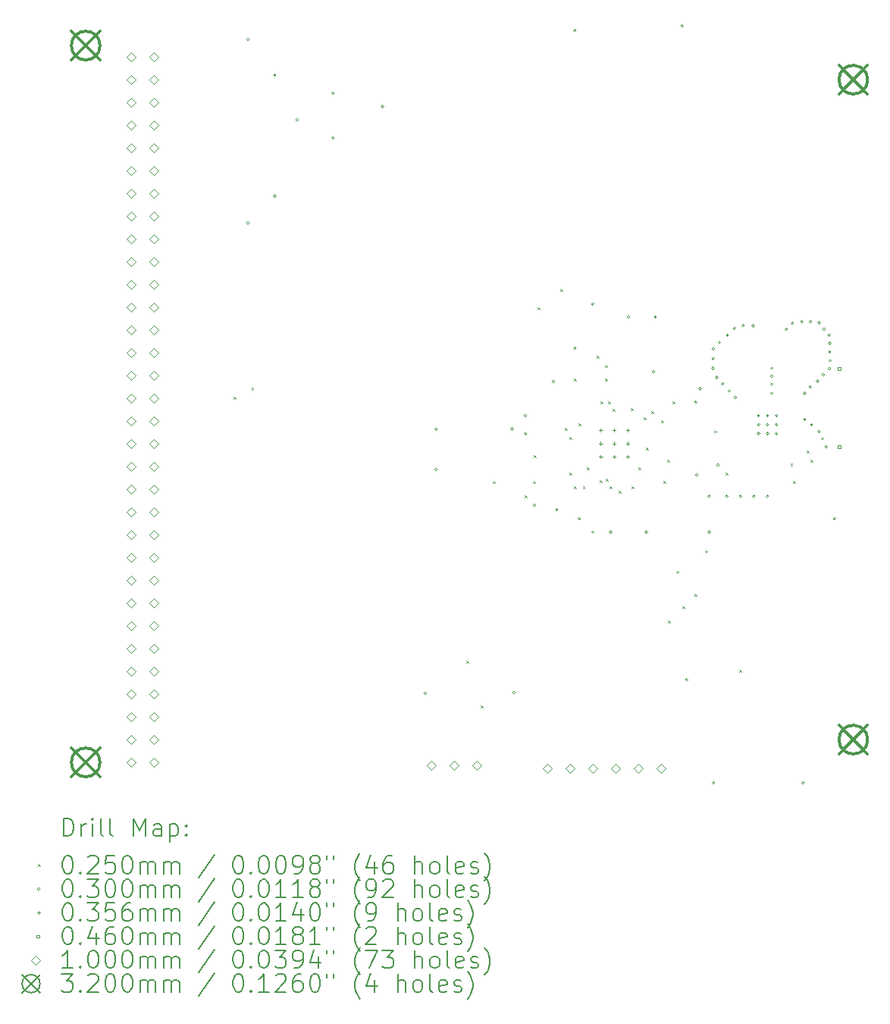
<source format=gbr>
%TF.GenerationSoftware,KiCad,Pcbnew,7.0.9+1*%
%TF.CreationDate,2024-02-18T19:38:20-08:00*%
%TF.ProjectId,hsl_radio,68736c5f-7261-4646-996f-2e6b69636164,1*%
%TF.SameCoordinates,Original*%
%TF.FileFunction,Drillmap*%
%TF.FilePolarity,Positive*%
%FSLAX45Y45*%
G04 Gerber Fmt 4.5, Leading zero omitted, Abs format (unit mm)*
G04 Created by KiCad (PCBNEW 7.0.9+1) date 2024-02-18 19:38:20*
%MOMM*%
%LPD*%
G01*
G04 APERTURE LIST*
%ADD10C,0.200000*%
%ADD11C,0.100000*%
%ADD12C,0.320000*%
G04 APERTURE END LIST*
D10*
D11*
X10037500Y-6137500D02*
X10062500Y-6162500D01*
X10062500Y-6137500D02*
X10037500Y-6162500D01*
X10237500Y-6037500D02*
X10262500Y-6062500D01*
X10262500Y-6037500D02*
X10237500Y-6062500D01*
X12637500Y-9087500D02*
X12662500Y-9112500D01*
X12662500Y-9087500D02*
X12637500Y-9112500D01*
X12795000Y-9587500D02*
X12820000Y-9612500D01*
X12820000Y-9587500D02*
X12795000Y-9612500D01*
X13287500Y-7237500D02*
X13312500Y-7262500D01*
X13312500Y-7237500D02*
X13287500Y-7262500D01*
X13387500Y-6787500D02*
X13412500Y-6812500D01*
X13412500Y-6787500D02*
X13387500Y-6812500D01*
X13437500Y-5137500D02*
X13462500Y-5162500D01*
X13462500Y-5137500D02*
X13437500Y-5162500D01*
X13687500Y-4937500D02*
X13712500Y-4962500D01*
X13712500Y-4937500D02*
X13687500Y-4962500D01*
X13737500Y-6487500D02*
X13762500Y-6512500D01*
X13762500Y-6487500D02*
X13737500Y-6512500D01*
X13787500Y-6987500D02*
X13812500Y-7012500D01*
X13812500Y-6987500D02*
X13787500Y-7012500D01*
X13792450Y-6587500D02*
X13817450Y-6612500D01*
X13817450Y-6587500D02*
X13792450Y-6612500D01*
X13837500Y-5937500D02*
X13862500Y-5962500D01*
X13862500Y-5937500D02*
X13837500Y-5962500D01*
X13837500Y-7137500D02*
X13862500Y-7162500D01*
X13862500Y-7137500D02*
X13837500Y-7162500D01*
X13887500Y-6437500D02*
X13912500Y-6462500D01*
X13912500Y-6437500D02*
X13887500Y-6462500D01*
X13937500Y-7137500D02*
X13962500Y-7162500D01*
X13962500Y-7137500D02*
X13937500Y-7162500D01*
X13987500Y-6927500D02*
X14012500Y-6952500D01*
X14012500Y-6927500D02*
X13987500Y-6952500D01*
X14092450Y-5684036D02*
X14117450Y-5709036D01*
X14117450Y-5684036D02*
X14092450Y-5709036D01*
X14127634Y-7067705D02*
X14152634Y-7092705D01*
X14152634Y-7067705D02*
X14127634Y-7092705D01*
X14139390Y-6185610D02*
X14164390Y-6210610D01*
X14164390Y-6185610D02*
X14139390Y-6210610D01*
X14187500Y-5787500D02*
X14212500Y-5812500D01*
X14212500Y-5787500D02*
X14187500Y-5812500D01*
X14187500Y-5937500D02*
X14212500Y-5962500D01*
X14212500Y-5937500D02*
X14187500Y-5962500D01*
X14199390Y-7049390D02*
X14224390Y-7074390D01*
X14224390Y-7049390D02*
X14199390Y-7074390D01*
X14223644Y-6187500D02*
X14248644Y-6212500D01*
X14248644Y-6187500D02*
X14223644Y-6212500D01*
X14237500Y-7137500D02*
X14262500Y-7162500D01*
X14262500Y-7137500D02*
X14237500Y-7162500D01*
X14272550Y-6271356D02*
X14297550Y-6296356D01*
X14297550Y-6271356D02*
X14272550Y-6296356D01*
X14337500Y-7187500D02*
X14362500Y-7212500D01*
X14362500Y-7187500D02*
X14337500Y-7212500D01*
X14477500Y-6267500D02*
X14502500Y-6292500D01*
X14502500Y-6267500D02*
X14477500Y-6292500D01*
X14487500Y-7137500D02*
X14512500Y-7162500D01*
X14512500Y-7137500D02*
X14487500Y-7162500D01*
X14557500Y-6927500D02*
X14582500Y-6952500D01*
X14582500Y-6927500D02*
X14557500Y-6952500D01*
X14617500Y-6367500D02*
X14642500Y-6392500D01*
X14642500Y-6367500D02*
X14617500Y-6392500D01*
X14647500Y-6707500D02*
X14672500Y-6732500D01*
X14672500Y-6707500D02*
X14647500Y-6732500D01*
X14707500Y-6297500D02*
X14732500Y-6322500D01*
X14732500Y-6297500D02*
X14707500Y-6322500D01*
X14812500Y-6397500D02*
X14837500Y-6422500D01*
X14837500Y-6397500D02*
X14812500Y-6422500D01*
X14837646Y-7078707D02*
X14862646Y-7103707D01*
X14862646Y-7078707D02*
X14837646Y-7103707D01*
X14882500Y-6837500D02*
X14907500Y-6862500D01*
X14907500Y-6837500D02*
X14882500Y-6862500D01*
X14887500Y-8637500D02*
X14912500Y-8662500D01*
X14912500Y-8637500D02*
X14887500Y-8662500D01*
X14937500Y-6187500D02*
X14962500Y-6212500D01*
X14962500Y-6187500D02*
X14937500Y-6212500D01*
X15051356Y-8473644D02*
X15076356Y-8498644D01*
X15076356Y-8473644D02*
X15051356Y-8498644D01*
X15187500Y-8337500D02*
X15212500Y-8362500D01*
X15212500Y-8337500D02*
X15187500Y-8362500D01*
X15407500Y-6515500D02*
X15432500Y-6540500D01*
X15432500Y-6515500D02*
X15407500Y-6540500D01*
X15537500Y-6987500D02*
X15562500Y-7012500D01*
X15562500Y-6987500D02*
X15537500Y-7012500D01*
X15687500Y-9187500D02*
X15712500Y-9212500D01*
X15712500Y-9187500D02*
X15687500Y-9212500D01*
X16257500Y-6887500D02*
X16282500Y-6912500D01*
X16282500Y-6887500D02*
X16257500Y-6912500D01*
X16287500Y-7077500D02*
X16312500Y-7102500D01*
X16312500Y-7077500D02*
X16287500Y-7102500D01*
X16437500Y-6737500D02*
X16462500Y-6762500D01*
X16462500Y-6737500D02*
X16437500Y-6762500D01*
X16482550Y-6837500D02*
X16507550Y-6862500D01*
X16507550Y-6837500D02*
X16482550Y-6862500D01*
X10215000Y-2150000D02*
G75*
G03*
X10215000Y-2150000I-15000J0D01*
G01*
X10215000Y-4200000D02*
G75*
G03*
X10215000Y-4200000I-15000J0D01*
G01*
X10515000Y-2550000D02*
G75*
G03*
X10515000Y-2550000I-15000J0D01*
G01*
X10515000Y-3900000D02*
G75*
G03*
X10515000Y-3900000I-15000J0D01*
G01*
X10765000Y-3050000D02*
G75*
G03*
X10765000Y-3050000I-15000J0D01*
G01*
X11165000Y-2750000D02*
G75*
G03*
X11165000Y-2750000I-15000J0D01*
G01*
X11165000Y-3250000D02*
G75*
G03*
X11165000Y-3250000I-15000J0D01*
G01*
X11715000Y-2900000D02*
G75*
G03*
X11715000Y-2900000I-15000J0D01*
G01*
X12195000Y-9450000D02*
G75*
G03*
X12195000Y-9450000I-15000J0D01*
G01*
X12315000Y-6500000D02*
G75*
G03*
X12315000Y-6500000I-15000J0D01*
G01*
X12315000Y-6950000D02*
G75*
G03*
X12315000Y-6950000I-15000J0D01*
G01*
X12965000Y-7100000D02*
G75*
G03*
X12965000Y-7100000I-15000J0D01*
G01*
X13165000Y-6500000D02*
G75*
G03*
X13165000Y-6500000I-15000J0D01*
G01*
X13185000Y-9440000D02*
G75*
G03*
X13185000Y-9440000I-15000J0D01*
G01*
X13315000Y-6350000D02*
G75*
G03*
X13315000Y-6350000I-15000J0D01*
G01*
X13315000Y-6550000D02*
G75*
G03*
X13315000Y-6550000I-15000J0D01*
G01*
X13415000Y-7100000D02*
G75*
G03*
X13415000Y-7100000I-15000J0D01*
G01*
X13415000Y-7350000D02*
G75*
G03*
X13415000Y-7350000I-15000J0D01*
G01*
X13625000Y-5970000D02*
G75*
G03*
X13625000Y-5970000I-15000J0D01*
G01*
X13665000Y-7400000D02*
G75*
G03*
X13665000Y-7400000I-15000J0D01*
G01*
X13865000Y-2050000D02*
G75*
G03*
X13865000Y-2050000I-15000J0D01*
G01*
X13865000Y-5600000D02*
G75*
G03*
X13865000Y-5600000I-15000J0D01*
G01*
X13915000Y-7500000D02*
G75*
G03*
X13915000Y-7500000I-15000J0D01*
G01*
X14065000Y-5102500D02*
G75*
G03*
X14065000Y-5102500I-15000J0D01*
G01*
X14065000Y-7650000D02*
G75*
G03*
X14065000Y-7650000I-15000J0D01*
G01*
X14265000Y-7650000D02*
G75*
G03*
X14265000Y-7650000I-15000J0D01*
G01*
X14465000Y-5250000D02*
G75*
G03*
X14465000Y-5250000I-15000J0D01*
G01*
X14665000Y-7650000D02*
G75*
G03*
X14665000Y-7650000I-15000J0D01*
G01*
X14745000Y-5860000D02*
G75*
G03*
X14745000Y-5860000I-15000J0D01*
G01*
X14765000Y-5250000D02*
G75*
G03*
X14765000Y-5250000I-15000J0D01*
G01*
X15015000Y-8100000D02*
G75*
G03*
X15015000Y-8100000I-15000J0D01*
G01*
X15065000Y-2000000D02*
G75*
G03*
X15065000Y-2000000I-15000J0D01*
G01*
X15115000Y-9300000D02*
G75*
G03*
X15115000Y-9300000I-15000J0D01*
G01*
X15215000Y-6200000D02*
G75*
G03*
X15215000Y-6200000I-15000J0D01*
G01*
X15225000Y-7010000D02*
G75*
G03*
X15225000Y-7010000I-15000J0D01*
G01*
X15265000Y-6050000D02*
G75*
G03*
X15265000Y-6050000I-15000J0D01*
G01*
X15335000Y-7870000D02*
G75*
G03*
X15335000Y-7870000I-15000J0D01*
G01*
X15365000Y-7250000D02*
G75*
G03*
X15365000Y-7250000I-15000J0D01*
G01*
X15365000Y-7650000D02*
G75*
G03*
X15365000Y-7650000I-15000J0D01*
G01*
X15407000Y-5821000D02*
G75*
G03*
X15407000Y-5821000I-15000J0D01*
G01*
X15409000Y-5713000D02*
G75*
G03*
X15409000Y-5713000I-15000J0D01*
G01*
X15414000Y-5606000D02*
G75*
G03*
X15414000Y-5606000I-15000J0D01*
G01*
X15415000Y-10450000D02*
G75*
G03*
X15415000Y-10450000I-15000J0D01*
G01*
X15450000Y-5923000D02*
G75*
G03*
X15450000Y-5923000I-15000J0D01*
G01*
X15465000Y-6900000D02*
G75*
G03*
X15465000Y-6900000I-15000J0D01*
G01*
X15482000Y-5533000D02*
G75*
G03*
X15482000Y-5533000I-15000J0D01*
G01*
X15516000Y-5996000D02*
G75*
G03*
X15516000Y-5996000I-15000J0D01*
G01*
X15565000Y-7250000D02*
G75*
G03*
X15565000Y-7250000I-15000J0D01*
G01*
X15569000Y-5452000D02*
G75*
G03*
X15569000Y-5452000I-15000J0D01*
G01*
X15591000Y-6075000D02*
G75*
G03*
X15591000Y-6075000I-15000J0D01*
G01*
X15648000Y-5374000D02*
G75*
G03*
X15648000Y-5374000I-15000J0D01*
G01*
X15659000Y-6148000D02*
G75*
G03*
X15659000Y-6148000I-15000J0D01*
G01*
X15715000Y-7250000D02*
G75*
G03*
X15715000Y-7250000I-15000J0D01*
G01*
X15746000Y-5345000D02*
G75*
G03*
X15746000Y-5345000I-15000J0D01*
G01*
X15856000Y-5347000D02*
G75*
G03*
X15856000Y-5347000I-15000J0D01*
G01*
X15865000Y-7250000D02*
G75*
G03*
X15865000Y-7250000I-15000J0D01*
G01*
X15917981Y-6350000D02*
G75*
G03*
X15917981Y-6350000I-15000J0D01*
G01*
X15917981Y-6450000D02*
G75*
G03*
X15917981Y-6450000I-15000J0D01*
G01*
X15917981Y-6550000D02*
G75*
G03*
X15917981Y-6550000I-15000J0D01*
G01*
X16015000Y-7250000D02*
G75*
G03*
X16015000Y-7250000I-15000J0D01*
G01*
X16017981Y-6350000D02*
G75*
G03*
X16017981Y-6350000I-15000J0D01*
G01*
X16017981Y-6450000D02*
G75*
G03*
X16017981Y-6450000I-15000J0D01*
G01*
X16017981Y-6550000D02*
G75*
G03*
X16017981Y-6550000I-15000J0D01*
G01*
X16065000Y-5820000D02*
G75*
G03*
X16065000Y-5820000I-15000J0D01*
G01*
X16065000Y-5910000D02*
G75*
G03*
X16065000Y-5910000I-15000J0D01*
G01*
X16065000Y-6000000D02*
G75*
G03*
X16065000Y-6000000I-15000J0D01*
G01*
X16065000Y-6100000D02*
G75*
G03*
X16065000Y-6100000I-15000J0D01*
G01*
X16117981Y-6350000D02*
G75*
G03*
X16117981Y-6350000I-15000J0D01*
G01*
X16117981Y-6450000D02*
G75*
G03*
X16117981Y-6450000I-15000J0D01*
G01*
X16117981Y-6550000D02*
G75*
G03*
X16117981Y-6550000I-15000J0D01*
G01*
X16228000Y-5388000D02*
G75*
G03*
X16228000Y-5388000I-15000J0D01*
G01*
X16296000Y-5320000D02*
G75*
G03*
X16296000Y-5320000I-15000J0D01*
G01*
X16400000Y-5302000D02*
G75*
G03*
X16400000Y-5302000I-15000J0D01*
G01*
X16415000Y-10450000D02*
G75*
G03*
X16415000Y-10450000I-15000J0D01*
G01*
X16433000Y-6101000D02*
G75*
G03*
X16433000Y-6101000I-15000J0D01*
G01*
X16434000Y-6393000D02*
G75*
G03*
X16434000Y-6393000I-15000J0D01*
G01*
X16495000Y-6030000D02*
G75*
G03*
X16495000Y-6030000I-15000J0D01*
G01*
X16499000Y-5303000D02*
G75*
G03*
X16499000Y-5303000I-15000J0D01*
G01*
X16508338Y-6452626D02*
G75*
G03*
X16508338Y-6452626I-15000J0D01*
G01*
X16577000Y-5963000D02*
G75*
G03*
X16577000Y-5963000I-15000J0D01*
G01*
X16591000Y-6526000D02*
G75*
G03*
X16591000Y-6526000I-15000J0D01*
G01*
X16594000Y-5315000D02*
G75*
G03*
X16594000Y-5315000I-15000J0D01*
G01*
X16632000Y-6609000D02*
G75*
G03*
X16632000Y-6609000I-15000J0D01*
G01*
X16641000Y-5894000D02*
G75*
G03*
X16641000Y-5894000I-15000J0D01*
G01*
X16651000Y-5385000D02*
G75*
G03*
X16651000Y-5385000I-15000J0D01*
G01*
X16673000Y-6700000D02*
G75*
G03*
X16673000Y-6700000I-15000J0D01*
G01*
X16706000Y-5450000D02*
G75*
G03*
X16706000Y-5450000I-15000J0D01*
G01*
X16707000Y-5826000D02*
G75*
G03*
X16707000Y-5826000I-15000J0D01*
G01*
X16713000Y-5542000D02*
G75*
G03*
X16713000Y-5542000I-15000J0D01*
G01*
X16713000Y-5640000D02*
G75*
G03*
X16713000Y-5640000I-15000J0D01*
G01*
X16716000Y-5737000D02*
G75*
G03*
X16716000Y-5737000I-15000J0D01*
G01*
X16765000Y-7500000D02*
G75*
G03*
X16765000Y-7500000I-15000J0D01*
G01*
X14140000Y-6492220D02*
X14140000Y-6527780D01*
X14122220Y-6510000D02*
X14157780Y-6510000D01*
X14140000Y-6642220D02*
X14140000Y-6677780D01*
X14122220Y-6660000D02*
X14157780Y-6660000D01*
X14140000Y-6792220D02*
X14140000Y-6827780D01*
X14122220Y-6810000D02*
X14157780Y-6810000D01*
X14290000Y-6492220D02*
X14290000Y-6527780D01*
X14272220Y-6510000D02*
X14307780Y-6510000D01*
X14290000Y-6642220D02*
X14290000Y-6677780D01*
X14272220Y-6660000D02*
X14307780Y-6660000D01*
X14290000Y-6792220D02*
X14290000Y-6827780D01*
X14272220Y-6810000D02*
X14307780Y-6810000D01*
X14440000Y-6492220D02*
X14440000Y-6527780D01*
X14422220Y-6510000D02*
X14457780Y-6510000D01*
X14440000Y-6642220D02*
X14440000Y-6677780D01*
X14422220Y-6660000D02*
X14457780Y-6660000D01*
X14440000Y-6792220D02*
X14440000Y-6827780D01*
X14422220Y-6810000D02*
X14457780Y-6810000D01*
X16822264Y-5840264D02*
X16822264Y-5807736D01*
X16789736Y-5807736D01*
X16789736Y-5840264D01*
X16822264Y-5840264D01*
X16822264Y-6716264D02*
X16822264Y-6683736D01*
X16789736Y-6683736D01*
X16789736Y-6716264D01*
X16822264Y-6716264D01*
X8896000Y-2396000D02*
X8946000Y-2346000D01*
X8896000Y-2296000D01*
X8846000Y-2346000D01*
X8896000Y-2396000D01*
X8896000Y-2650000D02*
X8946000Y-2600000D01*
X8896000Y-2550000D01*
X8846000Y-2600000D01*
X8896000Y-2650000D01*
X8896000Y-2904000D02*
X8946000Y-2854000D01*
X8896000Y-2804000D01*
X8846000Y-2854000D01*
X8896000Y-2904000D01*
X8896000Y-3158000D02*
X8946000Y-3108000D01*
X8896000Y-3058000D01*
X8846000Y-3108000D01*
X8896000Y-3158000D01*
X8896000Y-3412000D02*
X8946000Y-3362000D01*
X8896000Y-3312000D01*
X8846000Y-3362000D01*
X8896000Y-3412000D01*
X8896000Y-3666000D02*
X8946000Y-3616000D01*
X8896000Y-3566000D01*
X8846000Y-3616000D01*
X8896000Y-3666000D01*
X8896000Y-3920000D02*
X8946000Y-3870000D01*
X8896000Y-3820000D01*
X8846000Y-3870000D01*
X8896000Y-3920000D01*
X8896000Y-4174000D02*
X8946000Y-4124000D01*
X8896000Y-4074000D01*
X8846000Y-4124000D01*
X8896000Y-4174000D01*
X8896000Y-4428000D02*
X8946000Y-4378000D01*
X8896000Y-4328000D01*
X8846000Y-4378000D01*
X8896000Y-4428000D01*
X8896000Y-4682000D02*
X8946000Y-4632000D01*
X8896000Y-4582000D01*
X8846000Y-4632000D01*
X8896000Y-4682000D01*
X8896000Y-4936000D02*
X8946000Y-4886000D01*
X8896000Y-4836000D01*
X8846000Y-4886000D01*
X8896000Y-4936000D01*
X8896000Y-5190000D02*
X8946000Y-5140000D01*
X8896000Y-5090000D01*
X8846000Y-5140000D01*
X8896000Y-5190000D01*
X8896000Y-5444000D02*
X8946000Y-5394000D01*
X8896000Y-5344000D01*
X8846000Y-5394000D01*
X8896000Y-5444000D01*
X8896000Y-5698000D02*
X8946000Y-5648000D01*
X8896000Y-5598000D01*
X8846000Y-5648000D01*
X8896000Y-5698000D01*
X8896000Y-5952000D02*
X8946000Y-5902000D01*
X8896000Y-5852000D01*
X8846000Y-5902000D01*
X8896000Y-5952000D01*
X8896000Y-6206000D02*
X8946000Y-6156000D01*
X8896000Y-6106000D01*
X8846000Y-6156000D01*
X8896000Y-6206000D01*
X8896000Y-6460000D02*
X8946000Y-6410000D01*
X8896000Y-6360000D01*
X8846000Y-6410000D01*
X8896000Y-6460000D01*
X8896000Y-6714000D02*
X8946000Y-6664000D01*
X8896000Y-6614000D01*
X8846000Y-6664000D01*
X8896000Y-6714000D01*
X8896000Y-6968000D02*
X8946000Y-6918000D01*
X8896000Y-6868000D01*
X8846000Y-6918000D01*
X8896000Y-6968000D01*
X8896000Y-7222000D02*
X8946000Y-7172000D01*
X8896000Y-7122000D01*
X8846000Y-7172000D01*
X8896000Y-7222000D01*
X8896000Y-7476000D02*
X8946000Y-7426000D01*
X8896000Y-7376000D01*
X8846000Y-7426000D01*
X8896000Y-7476000D01*
X8896000Y-7730000D02*
X8946000Y-7680000D01*
X8896000Y-7630000D01*
X8846000Y-7680000D01*
X8896000Y-7730000D01*
X8896000Y-7984000D02*
X8946000Y-7934000D01*
X8896000Y-7884000D01*
X8846000Y-7934000D01*
X8896000Y-7984000D01*
X8896000Y-8238000D02*
X8946000Y-8188000D01*
X8896000Y-8138000D01*
X8846000Y-8188000D01*
X8896000Y-8238000D01*
X8896000Y-8492000D02*
X8946000Y-8442000D01*
X8896000Y-8392000D01*
X8846000Y-8442000D01*
X8896000Y-8492000D01*
X8896000Y-8746000D02*
X8946000Y-8696000D01*
X8896000Y-8646000D01*
X8846000Y-8696000D01*
X8896000Y-8746000D01*
X8896000Y-9000000D02*
X8946000Y-8950000D01*
X8896000Y-8900000D01*
X8846000Y-8950000D01*
X8896000Y-9000000D01*
X8896000Y-9254000D02*
X8946000Y-9204000D01*
X8896000Y-9154000D01*
X8846000Y-9204000D01*
X8896000Y-9254000D01*
X8896000Y-9508000D02*
X8946000Y-9458000D01*
X8896000Y-9408000D01*
X8846000Y-9458000D01*
X8896000Y-9508000D01*
X8896000Y-9762000D02*
X8946000Y-9712000D01*
X8896000Y-9662000D01*
X8846000Y-9712000D01*
X8896000Y-9762000D01*
X8896000Y-10016000D02*
X8946000Y-9966000D01*
X8896000Y-9916000D01*
X8846000Y-9966000D01*
X8896000Y-10016000D01*
X8896000Y-10270000D02*
X8946000Y-10220000D01*
X8896000Y-10170000D01*
X8846000Y-10220000D01*
X8896000Y-10270000D01*
X9150000Y-2396000D02*
X9200000Y-2346000D01*
X9150000Y-2296000D01*
X9100000Y-2346000D01*
X9150000Y-2396000D01*
X9150000Y-2650000D02*
X9200000Y-2600000D01*
X9150000Y-2550000D01*
X9100000Y-2600000D01*
X9150000Y-2650000D01*
X9150000Y-2904000D02*
X9200000Y-2854000D01*
X9150000Y-2804000D01*
X9100000Y-2854000D01*
X9150000Y-2904000D01*
X9150000Y-3158000D02*
X9200000Y-3108000D01*
X9150000Y-3058000D01*
X9100000Y-3108000D01*
X9150000Y-3158000D01*
X9150000Y-3412000D02*
X9200000Y-3362000D01*
X9150000Y-3312000D01*
X9100000Y-3362000D01*
X9150000Y-3412000D01*
X9150000Y-3666000D02*
X9200000Y-3616000D01*
X9150000Y-3566000D01*
X9100000Y-3616000D01*
X9150000Y-3666000D01*
X9150000Y-3920000D02*
X9200000Y-3870000D01*
X9150000Y-3820000D01*
X9100000Y-3870000D01*
X9150000Y-3920000D01*
X9150000Y-4174000D02*
X9200000Y-4124000D01*
X9150000Y-4074000D01*
X9100000Y-4124000D01*
X9150000Y-4174000D01*
X9150000Y-4428000D02*
X9200000Y-4378000D01*
X9150000Y-4328000D01*
X9100000Y-4378000D01*
X9150000Y-4428000D01*
X9150000Y-4682000D02*
X9200000Y-4632000D01*
X9150000Y-4582000D01*
X9100000Y-4632000D01*
X9150000Y-4682000D01*
X9150000Y-4936000D02*
X9200000Y-4886000D01*
X9150000Y-4836000D01*
X9100000Y-4886000D01*
X9150000Y-4936000D01*
X9150000Y-5190000D02*
X9200000Y-5140000D01*
X9150000Y-5090000D01*
X9100000Y-5140000D01*
X9150000Y-5190000D01*
X9150000Y-5444000D02*
X9200000Y-5394000D01*
X9150000Y-5344000D01*
X9100000Y-5394000D01*
X9150000Y-5444000D01*
X9150000Y-5698000D02*
X9200000Y-5648000D01*
X9150000Y-5598000D01*
X9100000Y-5648000D01*
X9150000Y-5698000D01*
X9150000Y-5952000D02*
X9200000Y-5902000D01*
X9150000Y-5852000D01*
X9100000Y-5902000D01*
X9150000Y-5952000D01*
X9150000Y-6206000D02*
X9200000Y-6156000D01*
X9150000Y-6106000D01*
X9100000Y-6156000D01*
X9150000Y-6206000D01*
X9150000Y-6460000D02*
X9200000Y-6410000D01*
X9150000Y-6360000D01*
X9100000Y-6410000D01*
X9150000Y-6460000D01*
X9150000Y-6714000D02*
X9200000Y-6664000D01*
X9150000Y-6614000D01*
X9100000Y-6664000D01*
X9150000Y-6714000D01*
X9150000Y-6968000D02*
X9200000Y-6918000D01*
X9150000Y-6868000D01*
X9100000Y-6918000D01*
X9150000Y-6968000D01*
X9150000Y-7222000D02*
X9200000Y-7172000D01*
X9150000Y-7122000D01*
X9100000Y-7172000D01*
X9150000Y-7222000D01*
X9150000Y-7476000D02*
X9200000Y-7426000D01*
X9150000Y-7376000D01*
X9100000Y-7426000D01*
X9150000Y-7476000D01*
X9150000Y-7730000D02*
X9200000Y-7680000D01*
X9150000Y-7630000D01*
X9100000Y-7680000D01*
X9150000Y-7730000D01*
X9150000Y-7984000D02*
X9200000Y-7934000D01*
X9150000Y-7884000D01*
X9100000Y-7934000D01*
X9150000Y-7984000D01*
X9150000Y-8238000D02*
X9200000Y-8188000D01*
X9150000Y-8138000D01*
X9100000Y-8188000D01*
X9150000Y-8238000D01*
X9150000Y-8492000D02*
X9200000Y-8442000D01*
X9150000Y-8392000D01*
X9100000Y-8442000D01*
X9150000Y-8492000D01*
X9150000Y-8746000D02*
X9200000Y-8696000D01*
X9150000Y-8646000D01*
X9100000Y-8696000D01*
X9150000Y-8746000D01*
X9150000Y-9000000D02*
X9200000Y-8950000D01*
X9150000Y-8900000D01*
X9100000Y-8950000D01*
X9150000Y-9000000D01*
X9150000Y-9254000D02*
X9200000Y-9204000D01*
X9150000Y-9154000D01*
X9100000Y-9204000D01*
X9150000Y-9254000D01*
X9150000Y-9508000D02*
X9200000Y-9458000D01*
X9150000Y-9408000D01*
X9100000Y-9458000D01*
X9150000Y-9508000D01*
X9150000Y-9762000D02*
X9200000Y-9712000D01*
X9150000Y-9662000D01*
X9100000Y-9712000D01*
X9150000Y-9762000D01*
X9150000Y-10016000D02*
X9200000Y-9966000D01*
X9150000Y-9916000D01*
X9100000Y-9966000D01*
X9150000Y-10016000D01*
X9150000Y-10270000D02*
X9200000Y-10220000D01*
X9150000Y-10170000D01*
X9100000Y-10220000D01*
X9150000Y-10270000D01*
X12247500Y-10300000D02*
X12297500Y-10250000D01*
X12247500Y-10200000D01*
X12197500Y-10250000D01*
X12247500Y-10300000D01*
X12501500Y-10300000D02*
X12551500Y-10250000D01*
X12501500Y-10200000D01*
X12451500Y-10250000D01*
X12501500Y-10300000D01*
X12755500Y-10300000D02*
X12805500Y-10250000D01*
X12755500Y-10200000D01*
X12705500Y-10250000D01*
X12755500Y-10300000D01*
X13545000Y-10340000D02*
X13595000Y-10290000D01*
X13545000Y-10240000D01*
X13495000Y-10290000D01*
X13545000Y-10340000D01*
X13799000Y-10340000D02*
X13849000Y-10290000D01*
X13799000Y-10240000D01*
X13749000Y-10290000D01*
X13799000Y-10340000D01*
X14053000Y-10340000D02*
X14103000Y-10290000D01*
X14053000Y-10240000D01*
X14003000Y-10290000D01*
X14053000Y-10340000D01*
X14307000Y-10340000D02*
X14357000Y-10290000D01*
X14307000Y-10240000D01*
X14257000Y-10290000D01*
X14307000Y-10340000D01*
X14561000Y-10340000D02*
X14611000Y-10290000D01*
X14561000Y-10240000D01*
X14511000Y-10290000D01*
X14561000Y-10340000D01*
X14815000Y-10340000D02*
X14865000Y-10290000D01*
X14815000Y-10240000D01*
X14765000Y-10290000D01*
X14815000Y-10340000D01*
D12*
X8228000Y-2059000D02*
X8548000Y-2379000D01*
X8548000Y-2059000D02*
X8228000Y-2379000D01*
X8548000Y-2219000D02*
G75*
G03*
X8548000Y-2219000I-160000J0D01*
G01*
X8228000Y-10060000D02*
X8548000Y-10380000D01*
X8548000Y-10060000D02*
X8228000Y-10380000D01*
X8548000Y-10220000D02*
G75*
G03*
X8548000Y-10220000I-160000J0D01*
G01*
X16800500Y-2440000D02*
X17120500Y-2760000D01*
X17120500Y-2440000D02*
X16800500Y-2760000D01*
X17120500Y-2600000D02*
G75*
G03*
X17120500Y-2600000I-160000J0D01*
G01*
X16800500Y-9806000D02*
X17120500Y-10126000D01*
X17120500Y-9806000D02*
X16800500Y-10126000D01*
X17120500Y-9966000D02*
G75*
G03*
X17120500Y-9966000I-160000J0D01*
G01*
D10*
X8138277Y-11041984D02*
X8138277Y-10841984D01*
X8138277Y-10841984D02*
X8185896Y-10841984D01*
X8185896Y-10841984D02*
X8214467Y-10851508D01*
X8214467Y-10851508D02*
X8233515Y-10870555D01*
X8233515Y-10870555D02*
X8243039Y-10889603D01*
X8243039Y-10889603D02*
X8252562Y-10927698D01*
X8252562Y-10927698D02*
X8252562Y-10956270D01*
X8252562Y-10956270D02*
X8243039Y-10994365D01*
X8243039Y-10994365D02*
X8233515Y-11013412D01*
X8233515Y-11013412D02*
X8214467Y-11032460D01*
X8214467Y-11032460D02*
X8185896Y-11041984D01*
X8185896Y-11041984D02*
X8138277Y-11041984D01*
X8338277Y-11041984D02*
X8338277Y-10908650D01*
X8338277Y-10946746D02*
X8347801Y-10927698D01*
X8347801Y-10927698D02*
X8357324Y-10918174D01*
X8357324Y-10918174D02*
X8376372Y-10908650D01*
X8376372Y-10908650D02*
X8395420Y-10908650D01*
X8462086Y-11041984D02*
X8462086Y-10908650D01*
X8462086Y-10841984D02*
X8452563Y-10851508D01*
X8452563Y-10851508D02*
X8462086Y-10861031D01*
X8462086Y-10861031D02*
X8471610Y-10851508D01*
X8471610Y-10851508D02*
X8462086Y-10841984D01*
X8462086Y-10841984D02*
X8462086Y-10861031D01*
X8585896Y-11041984D02*
X8566848Y-11032460D01*
X8566848Y-11032460D02*
X8557324Y-11013412D01*
X8557324Y-11013412D02*
X8557324Y-10841984D01*
X8690658Y-11041984D02*
X8671610Y-11032460D01*
X8671610Y-11032460D02*
X8662086Y-11013412D01*
X8662086Y-11013412D02*
X8662086Y-10841984D01*
X8919229Y-11041984D02*
X8919229Y-10841984D01*
X8919229Y-10841984D02*
X8985896Y-10984841D01*
X8985896Y-10984841D02*
X9052563Y-10841984D01*
X9052563Y-10841984D02*
X9052563Y-11041984D01*
X9233515Y-11041984D02*
X9233515Y-10937222D01*
X9233515Y-10937222D02*
X9223991Y-10918174D01*
X9223991Y-10918174D02*
X9204944Y-10908650D01*
X9204944Y-10908650D02*
X9166848Y-10908650D01*
X9166848Y-10908650D02*
X9147801Y-10918174D01*
X9233515Y-11032460D02*
X9214467Y-11041984D01*
X9214467Y-11041984D02*
X9166848Y-11041984D01*
X9166848Y-11041984D02*
X9147801Y-11032460D01*
X9147801Y-11032460D02*
X9138277Y-11013412D01*
X9138277Y-11013412D02*
X9138277Y-10994365D01*
X9138277Y-10994365D02*
X9147801Y-10975317D01*
X9147801Y-10975317D02*
X9166848Y-10965793D01*
X9166848Y-10965793D02*
X9214467Y-10965793D01*
X9214467Y-10965793D02*
X9233515Y-10956270D01*
X9328753Y-10908650D02*
X9328753Y-11108650D01*
X9328753Y-10918174D02*
X9347801Y-10908650D01*
X9347801Y-10908650D02*
X9385896Y-10908650D01*
X9385896Y-10908650D02*
X9404944Y-10918174D01*
X9404944Y-10918174D02*
X9414467Y-10927698D01*
X9414467Y-10927698D02*
X9423991Y-10946746D01*
X9423991Y-10946746D02*
X9423991Y-11003889D01*
X9423991Y-11003889D02*
X9414467Y-11022936D01*
X9414467Y-11022936D02*
X9404944Y-11032460D01*
X9404944Y-11032460D02*
X9385896Y-11041984D01*
X9385896Y-11041984D02*
X9347801Y-11041984D01*
X9347801Y-11041984D02*
X9328753Y-11032460D01*
X9509705Y-11022936D02*
X9519229Y-11032460D01*
X9519229Y-11032460D02*
X9509705Y-11041984D01*
X9509705Y-11041984D02*
X9500182Y-11032460D01*
X9500182Y-11032460D02*
X9509705Y-11022936D01*
X9509705Y-11022936D02*
X9509705Y-11041984D01*
X9509705Y-10918174D02*
X9519229Y-10927698D01*
X9519229Y-10927698D02*
X9509705Y-10937222D01*
X9509705Y-10937222D02*
X9500182Y-10927698D01*
X9500182Y-10927698D02*
X9509705Y-10918174D01*
X9509705Y-10918174D02*
X9509705Y-10937222D01*
D11*
X7852500Y-11358000D02*
X7877500Y-11383000D01*
X7877500Y-11358000D02*
X7852500Y-11383000D01*
D10*
X8176372Y-11261984D02*
X8195420Y-11261984D01*
X8195420Y-11261984D02*
X8214467Y-11271508D01*
X8214467Y-11271508D02*
X8223991Y-11281031D01*
X8223991Y-11281031D02*
X8233515Y-11300079D01*
X8233515Y-11300079D02*
X8243039Y-11338174D01*
X8243039Y-11338174D02*
X8243039Y-11385793D01*
X8243039Y-11385793D02*
X8233515Y-11423888D01*
X8233515Y-11423888D02*
X8223991Y-11442936D01*
X8223991Y-11442936D02*
X8214467Y-11452460D01*
X8214467Y-11452460D02*
X8195420Y-11461984D01*
X8195420Y-11461984D02*
X8176372Y-11461984D01*
X8176372Y-11461984D02*
X8157324Y-11452460D01*
X8157324Y-11452460D02*
X8147801Y-11442936D01*
X8147801Y-11442936D02*
X8138277Y-11423888D01*
X8138277Y-11423888D02*
X8128753Y-11385793D01*
X8128753Y-11385793D02*
X8128753Y-11338174D01*
X8128753Y-11338174D02*
X8138277Y-11300079D01*
X8138277Y-11300079D02*
X8147801Y-11281031D01*
X8147801Y-11281031D02*
X8157324Y-11271508D01*
X8157324Y-11271508D02*
X8176372Y-11261984D01*
X8328753Y-11442936D02*
X8338277Y-11452460D01*
X8338277Y-11452460D02*
X8328753Y-11461984D01*
X8328753Y-11461984D02*
X8319229Y-11452460D01*
X8319229Y-11452460D02*
X8328753Y-11442936D01*
X8328753Y-11442936D02*
X8328753Y-11461984D01*
X8414467Y-11281031D02*
X8423991Y-11271508D01*
X8423991Y-11271508D02*
X8443039Y-11261984D01*
X8443039Y-11261984D02*
X8490658Y-11261984D01*
X8490658Y-11261984D02*
X8509705Y-11271508D01*
X8509705Y-11271508D02*
X8519229Y-11281031D01*
X8519229Y-11281031D02*
X8528753Y-11300079D01*
X8528753Y-11300079D02*
X8528753Y-11319127D01*
X8528753Y-11319127D02*
X8519229Y-11347698D01*
X8519229Y-11347698D02*
X8404944Y-11461984D01*
X8404944Y-11461984D02*
X8528753Y-11461984D01*
X8709705Y-11261984D02*
X8614467Y-11261984D01*
X8614467Y-11261984D02*
X8604944Y-11357222D01*
X8604944Y-11357222D02*
X8614467Y-11347698D01*
X8614467Y-11347698D02*
X8633515Y-11338174D01*
X8633515Y-11338174D02*
X8681134Y-11338174D01*
X8681134Y-11338174D02*
X8700182Y-11347698D01*
X8700182Y-11347698D02*
X8709705Y-11357222D01*
X8709705Y-11357222D02*
X8719229Y-11376269D01*
X8719229Y-11376269D02*
X8719229Y-11423888D01*
X8719229Y-11423888D02*
X8709705Y-11442936D01*
X8709705Y-11442936D02*
X8700182Y-11452460D01*
X8700182Y-11452460D02*
X8681134Y-11461984D01*
X8681134Y-11461984D02*
X8633515Y-11461984D01*
X8633515Y-11461984D02*
X8614467Y-11452460D01*
X8614467Y-11452460D02*
X8604944Y-11442936D01*
X8843039Y-11261984D02*
X8862086Y-11261984D01*
X8862086Y-11261984D02*
X8881134Y-11271508D01*
X8881134Y-11271508D02*
X8890658Y-11281031D01*
X8890658Y-11281031D02*
X8900182Y-11300079D01*
X8900182Y-11300079D02*
X8909705Y-11338174D01*
X8909705Y-11338174D02*
X8909705Y-11385793D01*
X8909705Y-11385793D02*
X8900182Y-11423888D01*
X8900182Y-11423888D02*
X8890658Y-11442936D01*
X8890658Y-11442936D02*
X8881134Y-11452460D01*
X8881134Y-11452460D02*
X8862086Y-11461984D01*
X8862086Y-11461984D02*
X8843039Y-11461984D01*
X8843039Y-11461984D02*
X8823991Y-11452460D01*
X8823991Y-11452460D02*
X8814467Y-11442936D01*
X8814467Y-11442936D02*
X8804944Y-11423888D01*
X8804944Y-11423888D02*
X8795420Y-11385793D01*
X8795420Y-11385793D02*
X8795420Y-11338174D01*
X8795420Y-11338174D02*
X8804944Y-11300079D01*
X8804944Y-11300079D02*
X8814467Y-11281031D01*
X8814467Y-11281031D02*
X8823991Y-11271508D01*
X8823991Y-11271508D02*
X8843039Y-11261984D01*
X8995420Y-11461984D02*
X8995420Y-11328650D01*
X8995420Y-11347698D02*
X9004944Y-11338174D01*
X9004944Y-11338174D02*
X9023991Y-11328650D01*
X9023991Y-11328650D02*
X9052563Y-11328650D01*
X9052563Y-11328650D02*
X9071610Y-11338174D01*
X9071610Y-11338174D02*
X9081134Y-11357222D01*
X9081134Y-11357222D02*
X9081134Y-11461984D01*
X9081134Y-11357222D02*
X9090658Y-11338174D01*
X9090658Y-11338174D02*
X9109705Y-11328650D01*
X9109705Y-11328650D02*
X9138277Y-11328650D01*
X9138277Y-11328650D02*
X9157325Y-11338174D01*
X9157325Y-11338174D02*
X9166848Y-11357222D01*
X9166848Y-11357222D02*
X9166848Y-11461984D01*
X9262086Y-11461984D02*
X9262086Y-11328650D01*
X9262086Y-11347698D02*
X9271610Y-11338174D01*
X9271610Y-11338174D02*
X9290658Y-11328650D01*
X9290658Y-11328650D02*
X9319229Y-11328650D01*
X9319229Y-11328650D02*
X9338277Y-11338174D01*
X9338277Y-11338174D02*
X9347801Y-11357222D01*
X9347801Y-11357222D02*
X9347801Y-11461984D01*
X9347801Y-11357222D02*
X9357325Y-11338174D01*
X9357325Y-11338174D02*
X9376372Y-11328650D01*
X9376372Y-11328650D02*
X9404944Y-11328650D01*
X9404944Y-11328650D02*
X9423991Y-11338174D01*
X9423991Y-11338174D02*
X9433515Y-11357222D01*
X9433515Y-11357222D02*
X9433515Y-11461984D01*
X9823991Y-11252460D02*
X9652563Y-11509603D01*
X10081134Y-11261984D02*
X10100182Y-11261984D01*
X10100182Y-11261984D02*
X10119229Y-11271508D01*
X10119229Y-11271508D02*
X10128753Y-11281031D01*
X10128753Y-11281031D02*
X10138277Y-11300079D01*
X10138277Y-11300079D02*
X10147801Y-11338174D01*
X10147801Y-11338174D02*
X10147801Y-11385793D01*
X10147801Y-11385793D02*
X10138277Y-11423888D01*
X10138277Y-11423888D02*
X10128753Y-11442936D01*
X10128753Y-11442936D02*
X10119229Y-11452460D01*
X10119229Y-11452460D02*
X10100182Y-11461984D01*
X10100182Y-11461984D02*
X10081134Y-11461984D01*
X10081134Y-11461984D02*
X10062087Y-11452460D01*
X10062087Y-11452460D02*
X10052563Y-11442936D01*
X10052563Y-11442936D02*
X10043039Y-11423888D01*
X10043039Y-11423888D02*
X10033515Y-11385793D01*
X10033515Y-11385793D02*
X10033515Y-11338174D01*
X10033515Y-11338174D02*
X10043039Y-11300079D01*
X10043039Y-11300079D02*
X10052563Y-11281031D01*
X10052563Y-11281031D02*
X10062087Y-11271508D01*
X10062087Y-11271508D02*
X10081134Y-11261984D01*
X10233515Y-11442936D02*
X10243039Y-11452460D01*
X10243039Y-11452460D02*
X10233515Y-11461984D01*
X10233515Y-11461984D02*
X10223991Y-11452460D01*
X10223991Y-11452460D02*
X10233515Y-11442936D01*
X10233515Y-11442936D02*
X10233515Y-11461984D01*
X10366848Y-11261984D02*
X10385896Y-11261984D01*
X10385896Y-11261984D02*
X10404944Y-11271508D01*
X10404944Y-11271508D02*
X10414468Y-11281031D01*
X10414468Y-11281031D02*
X10423991Y-11300079D01*
X10423991Y-11300079D02*
X10433515Y-11338174D01*
X10433515Y-11338174D02*
X10433515Y-11385793D01*
X10433515Y-11385793D02*
X10423991Y-11423888D01*
X10423991Y-11423888D02*
X10414468Y-11442936D01*
X10414468Y-11442936D02*
X10404944Y-11452460D01*
X10404944Y-11452460D02*
X10385896Y-11461984D01*
X10385896Y-11461984D02*
X10366848Y-11461984D01*
X10366848Y-11461984D02*
X10347801Y-11452460D01*
X10347801Y-11452460D02*
X10338277Y-11442936D01*
X10338277Y-11442936D02*
X10328753Y-11423888D01*
X10328753Y-11423888D02*
X10319229Y-11385793D01*
X10319229Y-11385793D02*
X10319229Y-11338174D01*
X10319229Y-11338174D02*
X10328753Y-11300079D01*
X10328753Y-11300079D02*
X10338277Y-11281031D01*
X10338277Y-11281031D02*
X10347801Y-11271508D01*
X10347801Y-11271508D02*
X10366848Y-11261984D01*
X10557325Y-11261984D02*
X10576372Y-11261984D01*
X10576372Y-11261984D02*
X10595420Y-11271508D01*
X10595420Y-11271508D02*
X10604944Y-11281031D01*
X10604944Y-11281031D02*
X10614468Y-11300079D01*
X10614468Y-11300079D02*
X10623991Y-11338174D01*
X10623991Y-11338174D02*
X10623991Y-11385793D01*
X10623991Y-11385793D02*
X10614468Y-11423888D01*
X10614468Y-11423888D02*
X10604944Y-11442936D01*
X10604944Y-11442936D02*
X10595420Y-11452460D01*
X10595420Y-11452460D02*
X10576372Y-11461984D01*
X10576372Y-11461984D02*
X10557325Y-11461984D01*
X10557325Y-11461984D02*
X10538277Y-11452460D01*
X10538277Y-11452460D02*
X10528753Y-11442936D01*
X10528753Y-11442936D02*
X10519229Y-11423888D01*
X10519229Y-11423888D02*
X10509706Y-11385793D01*
X10509706Y-11385793D02*
X10509706Y-11338174D01*
X10509706Y-11338174D02*
X10519229Y-11300079D01*
X10519229Y-11300079D02*
X10528753Y-11281031D01*
X10528753Y-11281031D02*
X10538277Y-11271508D01*
X10538277Y-11271508D02*
X10557325Y-11261984D01*
X10719229Y-11461984D02*
X10757325Y-11461984D01*
X10757325Y-11461984D02*
X10776372Y-11452460D01*
X10776372Y-11452460D02*
X10785896Y-11442936D01*
X10785896Y-11442936D02*
X10804944Y-11414365D01*
X10804944Y-11414365D02*
X10814468Y-11376269D01*
X10814468Y-11376269D02*
X10814468Y-11300079D01*
X10814468Y-11300079D02*
X10804944Y-11281031D01*
X10804944Y-11281031D02*
X10795420Y-11271508D01*
X10795420Y-11271508D02*
X10776372Y-11261984D01*
X10776372Y-11261984D02*
X10738277Y-11261984D01*
X10738277Y-11261984D02*
X10719229Y-11271508D01*
X10719229Y-11271508D02*
X10709706Y-11281031D01*
X10709706Y-11281031D02*
X10700182Y-11300079D01*
X10700182Y-11300079D02*
X10700182Y-11347698D01*
X10700182Y-11347698D02*
X10709706Y-11366746D01*
X10709706Y-11366746D02*
X10719229Y-11376269D01*
X10719229Y-11376269D02*
X10738277Y-11385793D01*
X10738277Y-11385793D02*
X10776372Y-11385793D01*
X10776372Y-11385793D02*
X10795420Y-11376269D01*
X10795420Y-11376269D02*
X10804944Y-11366746D01*
X10804944Y-11366746D02*
X10814468Y-11347698D01*
X10928753Y-11347698D02*
X10909706Y-11338174D01*
X10909706Y-11338174D02*
X10900182Y-11328650D01*
X10900182Y-11328650D02*
X10890658Y-11309603D01*
X10890658Y-11309603D02*
X10890658Y-11300079D01*
X10890658Y-11300079D02*
X10900182Y-11281031D01*
X10900182Y-11281031D02*
X10909706Y-11271508D01*
X10909706Y-11271508D02*
X10928753Y-11261984D01*
X10928753Y-11261984D02*
X10966849Y-11261984D01*
X10966849Y-11261984D02*
X10985896Y-11271508D01*
X10985896Y-11271508D02*
X10995420Y-11281031D01*
X10995420Y-11281031D02*
X11004944Y-11300079D01*
X11004944Y-11300079D02*
X11004944Y-11309603D01*
X11004944Y-11309603D02*
X10995420Y-11328650D01*
X10995420Y-11328650D02*
X10985896Y-11338174D01*
X10985896Y-11338174D02*
X10966849Y-11347698D01*
X10966849Y-11347698D02*
X10928753Y-11347698D01*
X10928753Y-11347698D02*
X10909706Y-11357222D01*
X10909706Y-11357222D02*
X10900182Y-11366746D01*
X10900182Y-11366746D02*
X10890658Y-11385793D01*
X10890658Y-11385793D02*
X10890658Y-11423888D01*
X10890658Y-11423888D02*
X10900182Y-11442936D01*
X10900182Y-11442936D02*
X10909706Y-11452460D01*
X10909706Y-11452460D02*
X10928753Y-11461984D01*
X10928753Y-11461984D02*
X10966849Y-11461984D01*
X10966849Y-11461984D02*
X10985896Y-11452460D01*
X10985896Y-11452460D02*
X10995420Y-11442936D01*
X10995420Y-11442936D02*
X11004944Y-11423888D01*
X11004944Y-11423888D02*
X11004944Y-11385793D01*
X11004944Y-11385793D02*
X10995420Y-11366746D01*
X10995420Y-11366746D02*
X10985896Y-11357222D01*
X10985896Y-11357222D02*
X10966849Y-11347698D01*
X11081134Y-11261984D02*
X11081134Y-11300079D01*
X11157325Y-11261984D02*
X11157325Y-11300079D01*
X11452563Y-11538174D02*
X11443039Y-11528650D01*
X11443039Y-11528650D02*
X11423991Y-11500079D01*
X11423991Y-11500079D02*
X11414468Y-11481031D01*
X11414468Y-11481031D02*
X11404944Y-11452460D01*
X11404944Y-11452460D02*
X11395420Y-11404841D01*
X11395420Y-11404841D02*
X11395420Y-11366746D01*
X11395420Y-11366746D02*
X11404944Y-11319127D01*
X11404944Y-11319127D02*
X11414468Y-11290555D01*
X11414468Y-11290555D02*
X11423991Y-11271508D01*
X11423991Y-11271508D02*
X11443039Y-11242936D01*
X11443039Y-11242936D02*
X11452563Y-11233412D01*
X11614468Y-11328650D02*
X11614468Y-11461984D01*
X11566848Y-11252460D02*
X11519229Y-11395317D01*
X11519229Y-11395317D02*
X11643039Y-11395317D01*
X11804944Y-11261984D02*
X11766848Y-11261984D01*
X11766848Y-11261984D02*
X11747801Y-11271508D01*
X11747801Y-11271508D02*
X11738277Y-11281031D01*
X11738277Y-11281031D02*
X11719229Y-11309603D01*
X11719229Y-11309603D02*
X11709706Y-11347698D01*
X11709706Y-11347698D02*
X11709706Y-11423888D01*
X11709706Y-11423888D02*
X11719229Y-11442936D01*
X11719229Y-11442936D02*
X11728753Y-11452460D01*
X11728753Y-11452460D02*
X11747801Y-11461984D01*
X11747801Y-11461984D02*
X11785896Y-11461984D01*
X11785896Y-11461984D02*
X11804944Y-11452460D01*
X11804944Y-11452460D02*
X11814468Y-11442936D01*
X11814468Y-11442936D02*
X11823991Y-11423888D01*
X11823991Y-11423888D02*
X11823991Y-11376269D01*
X11823991Y-11376269D02*
X11814468Y-11357222D01*
X11814468Y-11357222D02*
X11804944Y-11347698D01*
X11804944Y-11347698D02*
X11785896Y-11338174D01*
X11785896Y-11338174D02*
X11747801Y-11338174D01*
X11747801Y-11338174D02*
X11728753Y-11347698D01*
X11728753Y-11347698D02*
X11719229Y-11357222D01*
X11719229Y-11357222D02*
X11709706Y-11376269D01*
X12062087Y-11461984D02*
X12062087Y-11261984D01*
X12147801Y-11461984D02*
X12147801Y-11357222D01*
X12147801Y-11357222D02*
X12138277Y-11338174D01*
X12138277Y-11338174D02*
X12119230Y-11328650D01*
X12119230Y-11328650D02*
X12090658Y-11328650D01*
X12090658Y-11328650D02*
X12071610Y-11338174D01*
X12071610Y-11338174D02*
X12062087Y-11347698D01*
X12271610Y-11461984D02*
X12252563Y-11452460D01*
X12252563Y-11452460D02*
X12243039Y-11442936D01*
X12243039Y-11442936D02*
X12233515Y-11423888D01*
X12233515Y-11423888D02*
X12233515Y-11366746D01*
X12233515Y-11366746D02*
X12243039Y-11347698D01*
X12243039Y-11347698D02*
X12252563Y-11338174D01*
X12252563Y-11338174D02*
X12271610Y-11328650D01*
X12271610Y-11328650D02*
X12300182Y-11328650D01*
X12300182Y-11328650D02*
X12319230Y-11338174D01*
X12319230Y-11338174D02*
X12328753Y-11347698D01*
X12328753Y-11347698D02*
X12338277Y-11366746D01*
X12338277Y-11366746D02*
X12338277Y-11423888D01*
X12338277Y-11423888D02*
X12328753Y-11442936D01*
X12328753Y-11442936D02*
X12319230Y-11452460D01*
X12319230Y-11452460D02*
X12300182Y-11461984D01*
X12300182Y-11461984D02*
X12271610Y-11461984D01*
X12452563Y-11461984D02*
X12433515Y-11452460D01*
X12433515Y-11452460D02*
X12423991Y-11433412D01*
X12423991Y-11433412D02*
X12423991Y-11261984D01*
X12604944Y-11452460D02*
X12585896Y-11461984D01*
X12585896Y-11461984D02*
X12547801Y-11461984D01*
X12547801Y-11461984D02*
X12528753Y-11452460D01*
X12528753Y-11452460D02*
X12519230Y-11433412D01*
X12519230Y-11433412D02*
X12519230Y-11357222D01*
X12519230Y-11357222D02*
X12528753Y-11338174D01*
X12528753Y-11338174D02*
X12547801Y-11328650D01*
X12547801Y-11328650D02*
X12585896Y-11328650D01*
X12585896Y-11328650D02*
X12604944Y-11338174D01*
X12604944Y-11338174D02*
X12614468Y-11357222D01*
X12614468Y-11357222D02*
X12614468Y-11376269D01*
X12614468Y-11376269D02*
X12519230Y-11395317D01*
X12690658Y-11452460D02*
X12709706Y-11461984D01*
X12709706Y-11461984D02*
X12747801Y-11461984D01*
X12747801Y-11461984D02*
X12766849Y-11452460D01*
X12766849Y-11452460D02*
X12776372Y-11433412D01*
X12776372Y-11433412D02*
X12776372Y-11423888D01*
X12776372Y-11423888D02*
X12766849Y-11404841D01*
X12766849Y-11404841D02*
X12747801Y-11395317D01*
X12747801Y-11395317D02*
X12719230Y-11395317D01*
X12719230Y-11395317D02*
X12700182Y-11385793D01*
X12700182Y-11385793D02*
X12690658Y-11366746D01*
X12690658Y-11366746D02*
X12690658Y-11357222D01*
X12690658Y-11357222D02*
X12700182Y-11338174D01*
X12700182Y-11338174D02*
X12719230Y-11328650D01*
X12719230Y-11328650D02*
X12747801Y-11328650D01*
X12747801Y-11328650D02*
X12766849Y-11338174D01*
X12843039Y-11538174D02*
X12852563Y-11528650D01*
X12852563Y-11528650D02*
X12871611Y-11500079D01*
X12871611Y-11500079D02*
X12881134Y-11481031D01*
X12881134Y-11481031D02*
X12890658Y-11452460D01*
X12890658Y-11452460D02*
X12900182Y-11404841D01*
X12900182Y-11404841D02*
X12900182Y-11366746D01*
X12900182Y-11366746D02*
X12890658Y-11319127D01*
X12890658Y-11319127D02*
X12881134Y-11290555D01*
X12881134Y-11290555D02*
X12871611Y-11271508D01*
X12871611Y-11271508D02*
X12852563Y-11242936D01*
X12852563Y-11242936D02*
X12843039Y-11233412D01*
D11*
X7877500Y-11634500D02*
G75*
G03*
X7877500Y-11634500I-15000J0D01*
G01*
D10*
X8176372Y-11525984D02*
X8195420Y-11525984D01*
X8195420Y-11525984D02*
X8214467Y-11535508D01*
X8214467Y-11535508D02*
X8223991Y-11545031D01*
X8223991Y-11545031D02*
X8233515Y-11564079D01*
X8233515Y-11564079D02*
X8243039Y-11602174D01*
X8243039Y-11602174D02*
X8243039Y-11649793D01*
X8243039Y-11649793D02*
X8233515Y-11687888D01*
X8233515Y-11687888D02*
X8223991Y-11706936D01*
X8223991Y-11706936D02*
X8214467Y-11716460D01*
X8214467Y-11716460D02*
X8195420Y-11725984D01*
X8195420Y-11725984D02*
X8176372Y-11725984D01*
X8176372Y-11725984D02*
X8157324Y-11716460D01*
X8157324Y-11716460D02*
X8147801Y-11706936D01*
X8147801Y-11706936D02*
X8138277Y-11687888D01*
X8138277Y-11687888D02*
X8128753Y-11649793D01*
X8128753Y-11649793D02*
X8128753Y-11602174D01*
X8128753Y-11602174D02*
X8138277Y-11564079D01*
X8138277Y-11564079D02*
X8147801Y-11545031D01*
X8147801Y-11545031D02*
X8157324Y-11535508D01*
X8157324Y-11535508D02*
X8176372Y-11525984D01*
X8328753Y-11706936D02*
X8338277Y-11716460D01*
X8338277Y-11716460D02*
X8328753Y-11725984D01*
X8328753Y-11725984D02*
X8319229Y-11716460D01*
X8319229Y-11716460D02*
X8328753Y-11706936D01*
X8328753Y-11706936D02*
X8328753Y-11725984D01*
X8404944Y-11525984D02*
X8528753Y-11525984D01*
X8528753Y-11525984D02*
X8462086Y-11602174D01*
X8462086Y-11602174D02*
X8490658Y-11602174D01*
X8490658Y-11602174D02*
X8509705Y-11611698D01*
X8509705Y-11611698D02*
X8519229Y-11621222D01*
X8519229Y-11621222D02*
X8528753Y-11640269D01*
X8528753Y-11640269D02*
X8528753Y-11687888D01*
X8528753Y-11687888D02*
X8519229Y-11706936D01*
X8519229Y-11706936D02*
X8509705Y-11716460D01*
X8509705Y-11716460D02*
X8490658Y-11725984D01*
X8490658Y-11725984D02*
X8433515Y-11725984D01*
X8433515Y-11725984D02*
X8414467Y-11716460D01*
X8414467Y-11716460D02*
X8404944Y-11706936D01*
X8652563Y-11525984D02*
X8671610Y-11525984D01*
X8671610Y-11525984D02*
X8690658Y-11535508D01*
X8690658Y-11535508D02*
X8700182Y-11545031D01*
X8700182Y-11545031D02*
X8709705Y-11564079D01*
X8709705Y-11564079D02*
X8719229Y-11602174D01*
X8719229Y-11602174D02*
X8719229Y-11649793D01*
X8719229Y-11649793D02*
X8709705Y-11687888D01*
X8709705Y-11687888D02*
X8700182Y-11706936D01*
X8700182Y-11706936D02*
X8690658Y-11716460D01*
X8690658Y-11716460D02*
X8671610Y-11725984D01*
X8671610Y-11725984D02*
X8652563Y-11725984D01*
X8652563Y-11725984D02*
X8633515Y-11716460D01*
X8633515Y-11716460D02*
X8623991Y-11706936D01*
X8623991Y-11706936D02*
X8614467Y-11687888D01*
X8614467Y-11687888D02*
X8604944Y-11649793D01*
X8604944Y-11649793D02*
X8604944Y-11602174D01*
X8604944Y-11602174D02*
X8614467Y-11564079D01*
X8614467Y-11564079D02*
X8623991Y-11545031D01*
X8623991Y-11545031D02*
X8633515Y-11535508D01*
X8633515Y-11535508D02*
X8652563Y-11525984D01*
X8843039Y-11525984D02*
X8862086Y-11525984D01*
X8862086Y-11525984D02*
X8881134Y-11535508D01*
X8881134Y-11535508D02*
X8890658Y-11545031D01*
X8890658Y-11545031D02*
X8900182Y-11564079D01*
X8900182Y-11564079D02*
X8909705Y-11602174D01*
X8909705Y-11602174D02*
X8909705Y-11649793D01*
X8909705Y-11649793D02*
X8900182Y-11687888D01*
X8900182Y-11687888D02*
X8890658Y-11706936D01*
X8890658Y-11706936D02*
X8881134Y-11716460D01*
X8881134Y-11716460D02*
X8862086Y-11725984D01*
X8862086Y-11725984D02*
X8843039Y-11725984D01*
X8843039Y-11725984D02*
X8823991Y-11716460D01*
X8823991Y-11716460D02*
X8814467Y-11706936D01*
X8814467Y-11706936D02*
X8804944Y-11687888D01*
X8804944Y-11687888D02*
X8795420Y-11649793D01*
X8795420Y-11649793D02*
X8795420Y-11602174D01*
X8795420Y-11602174D02*
X8804944Y-11564079D01*
X8804944Y-11564079D02*
X8814467Y-11545031D01*
X8814467Y-11545031D02*
X8823991Y-11535508D01*
X8823991Y-11535508D02*
X8843039Y-11525984D01*
X8995420Y-11725984D02*
X8995420Y-11592650D01*
X8995420Y-11611698D02*
X9004944Y-11602174D01*
X9004944Y-11602174D02*
X9023991Y-11592650D01*
X9023991Y-11592650D02*
X9052563Y-11592650D01*
X9052563Y-11592650D02*
X9071610Y-11602174D01*
X9071610Y-11602174D02*
X9081134Y-11621222D01*
X9081134Y-11621222D02*
X9081134Y-11725984D01*
X9081134Y-11621222D02*
X9090658Y-11602174D01*
X9090658Y-11602174D02*
X9109705Y-11592650D01*
X9109705Y-11592650D02*
X9138277Y-11592650D01*
X9138277Y-11592650D02*
X9157325Y-11602174D01*
X9157325Y-11602174D02*
X9166848Y-11621222D01*
X9166848Y-11621222D02*
X9166848Y-11725984D01*
X9262086Y-11725984D02*
X9262086Y-11592650D01*
X9262086Y-11611698D02*
X9271610Y-11602174D01*
X9271610Y-11602174D02*
X9290658Y-11592650D01*
X9290658Y-11592650D02*
X9319229Y-11592650D01*
X9319229Y-11592650D02*
X9338277Y-11602174D01*
X9338277Y-11602174D02*
X9347801Y-11621222D01*
X9347801Y-11621222D02*
X9347801Y-11725984D01*
X9347801Y-11621222D02*
X9357325Y-11602174D01*
X9357325Y-11602174D02*
X9376372Y-11592650D01*
X9376372Y-11592650D02*
X9404944Y-11592650D01*
X9404944Y-11592650D02*
X9423991Y-11602174D01*
X9423991Y-11602174D02*
X9433515Y-11621222D01*
X9433515Y-11621222D02*
X9433515Y-11725984D01*
X9823991Y-11516460D02*
X9652563Y-11773603D01*
X10081134Y-11525984D02*
X10100182Y-11525984D01*
X10100182Y-11525984D02*
X10119229Y-11535508D01*
X10119229Y-11535508D02*
X10128753Y-11545031D01*
X10128753Y-11545031D02*
X10138277Y-11564079D01*
X10138277Y-11564079D02*
X10147801Y-11602174D01*
X10147801Y-11602174D02*
X10147801Y-11649793D01*
X10147801Y-11649793D02*
X10138277Y-11687888D01*
X10138277Y-11687888D02*
X10128753Y-11706936D01*
X10128753Y-11706936D02*
X10119229Y-11716460D01*
X10119229Y-11716460D02*
X10100182Y-11725984D01*
X10100182Y-11725984D02*
X10081134Y-11725984D01*
X10081134Y-11725984D02*
X10062087Y-11716460D01*
X10062087Y-11716460D02*
X10052563Y-11706936D01*
X10052563Y-11706936D02*
X10043039Y-11687888D01*
X10043039Y-11687888D02*
X10033515Y-11649793D01*
X10033515Y-11649793D02*
X10033515Y-11602174D01*
X10033515Y-11602174D02*
X10043039Y-11564079D01*
X10043039Y-11564079D02*
X10052563Y-11545031D01*
X10052563Y-11545031D02*
X10062087Y-11535508D01*
X10062087Y-11535508D02*
X10081134Y-11525984D01*
X10233515Y-11706936D02*
X10243039Y-11716460D01*
X10243039Y-11716460D02*
X10233515Y-11725984D01*
X10233515Y-11725984D02*
X10223991Y-11716460D01*
X10223991Y-11716460D02*
X10233515Y-11706936D01*
X10233515Y-11706936D02*
X10233515Y-11725984D01*
X10366848Y-11525984D02*
X10385896Y-11525984D01*
X10385896Y-11525984D02*
X10404944Y-11535508D01*
X10404944Y-11535508D02*
X10414468Y-11545031D01*
X10414468Y-11545031D02*
X10423991Y-11564079D01*
X10423991Y-11564079D02*
X10433515Y-11602174D01*
X10433515Y-11602174D02*
X10433515Y-11649793D01*
X10433515Y-11649793D02*
X10423991Y-11687888D01*
X10423991Y-11687888D02*
X10414468Y-11706936D01*
X10414468Y-11706936D02*
X10404944Y-11716460D01*
X10404944Y-11716460D02*
X10385896Y-11725984D01*
X10385896Y-11725984D02*
X10366848Y-11725984D01*
X10366848Y-11725984D02*
X10347801Y-11716460D01*
X10347801Y-11716460D02*
X10338277Y-11706936D01*
X10338277Y-11706936D02*
X10328753Y-11687888D01*
X10328753Y-11687888D02*
X10319229Y-11649793D01*
X10319229Y-11649793D02*
X10319229Y-11602174D01*
X10319229Y-11602174D02*
X10328753Y-11564079D01*
X10328753Y-11564079D02*
X10338277Y-11545031D01*
X10338277Y-11545031D02*
X10347801Y-11535508D01*
X10347801Y-11535508D02*
X10366848Y-11525984D01*
X10623991Y-11725984D02*
X10509706Y-11725984D01*
X10566848Y-11725984D02*
X10566848Y-11525984D01*
X10566848Y-11525984D02*
X10547801Y-11554555D01*
X10547801Y-11554555D02*
X10528753Y-11573603D01*
X10528753Y-11573603D02*
X10509706Y-11583127D01*
X10814468Y-11725984D02*
X10700182Y-11725984D01*
X10757325Y-11725984D02*
X10757325Y-11525984D01*
X10757325Y-11525984D02*
X10738277Y-11554555D01*
X10738277Y-11554555D02*
X10719229Y-11573603D01*
X10719229Y-11573603D02*
X10700182Y-11583127D01*
X10928753Y-11611698D02*
X10909706Y-11602174D01*
X10909706Y-11602174D02*
X10900182Y-11592650D01*
X10900182Y-11592650D02*
X10890658Y-11573603D01*
X10890658Y-11573603D02*
X10890658Y-11564079D01*
X10890658Y-11564079D02*
X10900182Y-11545031D01*
X10900182Y-11545031D02*
X10909706Y-11535508D01*
X10909706Y-11535508D02*
X10928753Y-11525984D01*
X10928753Y-11525984D02*
X10966849Y-11525984D01*
X10966849Y-11525984D02*
X10985896Y-11535508D01*
X10985896Y-11535508D02*
X10995420Y-11545031D01*
X10995420Y-11545031D02*
X11004944Y-11564079D01*
X11004944Y-11564079D02*
X11004944Y-11573603D01*
X11004944Y-11573603D02*
X10995420Y-11592650D01*
X10995420Y-11592650D02*
X10985896Y-11602174D01*
X10985896Y-11602174D02*
X10966849Y-11611698D01*
X10966849Y-11611698D02*
X10928753Y-11611698D01*
X10928753Y-11611698D02*
X10909706Y-11621222D01*
X10909706Y-11621222D02*
X10900182Y-11630746D01*
X10900182Y-11630746D02*
X10890658Y-11649793D01*
X10890658Y-11649793D02*
X10890658Y-11687888D01*
X10890658Y-11687888D02*
X10900182Y-11706936D01*
X10900182Y-11706936D02*
X10909706Y-11716460D01*
X10909706Y-11716460D02*
X10928753Y-11725984D01*
X10928753Y-11725984D02*
X10966849Y-11725984D01*
X10966849Y-11725984D02*
X10985896Y-11716460D01*
X10985896Y-11716460D02*
X10995420Y-11706936D01*
X10995420Y-11706936D02*
X11004944Y-11687888D01*
X11004944Y-11687888D02*
X11004944Y-11649793D01*
X11004944Y-11649793D02*
X10995420Y-11630746D01*
X10995420Y-11630746D02*
X10985896Y-11621222D01*
X10985896Y-11621222D02*
X10966849Y-11611698D01*
X11081134Y-11525984D02*
X11081134Y-11564079D01*
X11157325Y-11525984D02*
X11157325Y-11564079D01*
X11452563Y-11802174D02*
X11443039Y-11792650D01*
X11443039Y-11792650D02*
X11423991Y-11764079D01*
X11423991Y-11764079D02*
X11414468Y-11745031D01*
X11414468Y-11745031D02*
X11404944Y-11716460D01*
X11404944Y-11716460D02*
X11395420Y-11668841D01*
X11395420Y-11668841D02*
X11395420Y-11630746D01*
X11395420Y-11630746D02*
X11404944Y-11583127D01*
X11404944Y-11583127D02*
X11414468Y-11554555D01*
X11414468Y-11554555D02*
X11423991Y-11535508D01*
X11423991Y-11535508D02*
X11443039Y-11506936D01*
X11443039Y-11506936D02*
X11452563Y-11497412D01*
X11538277Y-11725984D02*
X11576372Y-11725984D01*
X11576372Y-11725984D02*
X11595420Y-11716460D01*
X11595420Y-11716460D02*
X11604944Y-11706936D01*
X11604944Y-11706936D02*
X11623991Y-11678365D01*
X11623991Y-11678365D02*
X11633515Y-11640269D01*
X11633515Y-11640269D02*
X11633515Y-11564079D01*
X11633515Y-11564079D02*
X11623991Y-11545031D01*
X11623991Y-11545031D02*
X11614468Y-11535508D01*
X11614468Y-11535508D02*
X11595420Y-11525984D01*
X11595420Y-11525984D02*
X11557325Y-11525984D01*
X11557325Y-11525984D02*
X11538277Y-11535508D01*
X11538277Y-11535508D02*
X11528753Y-11545031D01*
X11528753Y-11545031D02*
X11519229Y-11564079D01*
X11519229Y-11564079D02*
X11519229Y-11611698D01*
X11519229Y-11611698D02*
X11528753Y-11630746D01*
X11528753Y-11630746D02*
X11538277Y-11640269D01*
X11538277Y-11640269D02*
X11557325Y-11649793D01*
X11557325Y-11649793D02*
X11595420Y-11649793D01*
X11595420Y-11649793D02*
X11614468Y-11640269D01*
X11614468Y-11640269D02*
X11623991Y-11630746D01*
X11623991Y-11630746D02*
X11633515Y-11611698D01*
X11709706Y-11545031D02*
X11719229Y-11535508D01*
X11719229Y-11535508D02*
X11738277Y-11525984D01*
X11738277Y-11525984D02*
X11785896Y-11525984D01*
X11785896Y-11525984D02*
X11804944Y-11535508D01*
X11804944Y-11535508D02*
X11814468Y-11545031D01*
X11814468Y-11545031D02*
X11823991Y-11564079D01*
X11823991Y-11564079D02*
X11823991Y-11583127D01*
X11823991Y-11583127D02*
X11814468Y-11611698D01*
X11814468Y-11611698D02*
X11700182Y-11725984D01*
X11700182Y-11725984D02*
X11823991Y-11725984D01*
X12062087Y-11725984D02*
X12062087Y-11525984D01*
X12147801Y-11725984D02*
X12147801Y-11621222D01*
X12147801Y-11621222D02*
X12138277Y-11602174D01*
X12138277Y-11602174D02*
X12119230Y-11592650D01*
X12119230Y-11592650D02*
X12090658Y-11592650D01*
X12090658Y-11592650D02*
X12071610Y-11602174D01*
X12071610Y-11602174D02*
X12062087Y-11611698D01*
X12271610Y-11725984D02*
X12252563Y-11716460D01*
X12252563Y-11716460D02*
X12243039Y-11706936D01*
X12243039Y-11706936D02*
X12233515Y-11687888D01*
X12233515Y-11687888D02*
X12233515Y-11630746D01*
X12233515Y-11630746D02*
X12243039Y-11611698D01*
X12243039Y-11611698D02*
X12252563Y-11602174D01*
X12252563Y-11602174D02*
X12271610Y-11592650D01*
X12271610Y-11592650D02*
X12300182Y-11592650D01*
X12300182Y-11592650D02*
X12319230Y-11602174D01*
X12319230Y-11602174D02*
X12328753Y-11611698D01*
X12328753Y-11611698D02*
X12338277Y-11630746D01*
X12338277Y-11630746D02*
X12338277Y-11687888D01*
X12338277Y-11687888D02*
X12328753Y-11706936D01*
X12328753Y-11706936D02*
X12319230Y-11716460D01*
X12319230Y-11716460D02*
X12300182Y-11725984D01*
X12300182Y-11725984D02*
X12271610Y-11725984D01*
X12452563Y-11725984D02*
X12433515Y-11716460D01*
X12433515Y-11716460D02*
X12423991Y-11697412D01*
X12423991Y-11697412D02*
X12423991Y-11525984D01*
X12604944Y-11716460D02*
X12585896Y-11725984D01*
X12585896Y-11725984D02*
X12547801Y-11725984D01*
X12547801Y-11725984D02*
X12528753Y-11716460D01*
X12528753Y-11716460D02*
X12519230Y-11697412D01*
X12519230Y-11697412D02*
X12519230Y-11621222D01*
X12519230Y-11621222D02*
X12528753Y-11602174D01*
X12528753Y-11602174D02*
X12547801Y-11592650D01*
X12547801Y-11592650D02*
X12585896Y-11592650D01*
X12585896Y-11592650D02*
X12604944Y-11602174D01*
X12604944Y-11602174D02*
X12614468Y-11621222D01*
X12614468Y-11621222D02*
X12614468Y-11640269D01*
X12614468Y-11640269D02*
X12519230Y-11659317D01*
X12690658Y-11716460D02*
X12709706Y-11725984D01*
X12709706Y-11725984D02*
X12747801Y-11725984D01*
X12747801Y-11725984D02*
X12766849Y-11716460D01*
X12766849Y-11716460D02*
X12776372Y-11697412D01*
X12776372Y-11697412D02*
X12776372Y-11687888D01*
X12776372Y-11687888D02*
X12766849Y-11668841D01*
X12766849Y-11668841D02*
X12747801Y-11659317D01*
X12747801Y-11659317D02*
X12719230Y-11659317D01*
X12719230Y-11659317D02*
X12700182Y-11649793D01*
X12700182Y-11649793D02*
X12690658Y-11630746D01*
X12690658Y-11630746D02*
X12690658Y-11621222D01*
X12690658Y-11621222D02*
X12700182Y-11602174D01*
X12700182Y-11602174D02*
X12719230Y-11592650D01*
X12719230Y-11592650D02*
X12747801Y-11592650D01*
X12747801Y-11592650D02*
X12766849Y-11602174D01*
X12843039Y-11802174D02*
X12852563Y-11792650D01*
X12852563Y-11792650D02*
X12871611Y-11764079D01*
X12871611Y-11764079D02*
X12881134Y-11745031D01*
X12881134Y-11745031D02*
X12890658Y-11716460D01*
X12890658Y-11716460D02*
X12900182Y-11668841D01*
X12900182Y-11668841D02*
X12900182Y-11630746D01*
X12900182Y-11630746D02*
X12890658Y-11583127D01*
X12890658Y-11583127D02*
X12881134Y-11554555D01*
X12881134Y-11554555D02*
X12871611Y-11535508D01*
X12871611Y-11535508D02*
X12852563Y-11506936D01*
X12852563Y-11506936D02*
X12843039Y-11497412D01*
D11*
X7859720Y-11880720D02*
X7859720Y-11916280D01*
X7841940Y-11898500D02*
X7877500Y-11898500D01*
D10*
X8176372Y-11789984D02*
X8195420Y-11789984D01*
X8195420Y-11789984D02*
X8214467Y-11799508D01*
X8214467Y-11799508D02*
X8223991Y-11809031D01*
X8223991Y-11809031D02*
X8233515Y-11828079D01*
X8233515Y-11828079D02*
X8243039Y-11866174D01*
X8243039Y-11866174D02*
X8243039Y-11913793D01*
X8243039Y-11913793D02*
X8233515Y-11951888D01*
X8233515Y-11951888D02*
X8223991Y-11970936D01*
X8223991Y-11970936D02*
X8214467Y-11980460D01*
X8214467Y-11980460D02*
X8195420Y-11989984D01*
X8195420Y-11989984D02*
X8176372Y-11989984D01*
X8176372Y-11989984D02*
X8157324Y-11980460D01*
X8157324Y-11980460D02*
X8147801Y-11970936D01*
X8147801Y-11970936D02*
X8138277Y-11951888D01*
X8138277Y-11951888D02*
X8128753Y-11913793D01*
X8128753Y-11913793D02*
X8128753Y-11866174D01*
X8128753Y-11866174D02*
X8138277Y-11828079D01*
X8138277Y-11828079D02*
X8147801Y-11809031D01*
X8147801Y-11809031D02*
X8157324Y-11799508D01*
X8157324Y-11799508D02*
X8176372Y-11789984D01*
X8328753Y-11970936D02*
X8338277Y-11980460D01*
X8338277Y-11980460D02*
X8328753Y-11989984D01*
X8328753Y-11989984D02*
X8319229Y-11980460D01*
X8319229Y-11980460D02*
X8328753Y-11970936D01*
X8328753Y-11970936D02*
X8328753Y-11989984D01*
X8404944Y-11789984D02*
X8528753Y-11789984D01*
X8528753Y-11789984D02*
X8462086Y-11866174D01*
X8462086Y-11866174D02*
X8490658Y-11866174D01*
X8490658Y-11866174D02*
X8509705Y-11875698D01*
X8509705Y-11875698D02*
X8519229Y-11885222D01*
X8519229Y-11885222D02*
X8528753Y-11904269D01*
X8528753Y-11904269D02*
X8528753Y-11951888D01*
X8528753Y-11951888D02*
X8519229Y-11970936D01*
X8519229Y-11970936D02*
X8509705Y-11980460D01*
X8509705Y-11980460D02*
X8490658Y-11989984D01*
X8490658Y-11989984D02*
X8433515Y-11989984D01*
X8433515Y-11989984D02*
X8414467Y-11980460D01*
X8414467Y-11980460D02*
X8404944Y-11970936D01*
X8709705Y-11789984D02*
X8614467Y-11789984D01*
X8614467Y-11789984D02*
X8604944Y-11885222D01*
X8604944Y-11885222D02*
X8614467Y-11875698D01*
X8614467Y-11875698D02*
X8633515Y-11866174D01*
X8633515Y-11866174D02*
X8681134Y-11866174D01*
X8681134Y-11866174D02*
X8700182Y-11875698D01*
X8700182Y-11875698D02*
X8709705Y-11885222D01*
X8709705Y-11885222D02*
X8719229Y-11904269D01*
X8719229Y-11904269D02*
X8719229Y-11951888D01*
X8719229Y-11951888D02*
X8709705Y-11970936D01*
X8709705Y-11970936D02*
X8700182Y-11980460D01*
X8700182Y-11980460D02*
X8681134Y-11989984D01*
X8681134Y-11989984D02*
X8633515Y-11989984D01*
X8633515Y-11989984D02*
X8614467Y-11980460D01*
X8614467Y-11980460D02*
X8604944Y-11970936D01*
X8890658Y-11789984D02*
X8852563Y-11789984D01*
X8852563Y-11789984D02*
X8833515Y-11799508D01*
X8833515Y-11799508D02*
X8823991Y-11809031D01*
X8823991Y-11809031D02*
X8804944Y-11837603D01*
X8804944Y-11837603D02*
X8795420Y-11875698D01*
X8795420Y-11875698D02*
X8795420Y-11951888D01*
X8795420Y-11951888D02*
X8804944Y-11970936D01*
X8804944Y-11970936D02*
X8814467Y-11980460D01*
X8814467Y-11980460D02*
X8833515Y-11989984D01*
X8833515Y-11989984D02*
X8871610Y-11989984D01*
X8871610Y-11989984D02*
X8890658Y-11980460D01*
X8890658Y-11980460D02*
X8900182Y-11970936D01*
X8900182Y-11970936D02*
X8909705Y-11951888D01*
X8909705Y-11951888D02*
X8909705Y-11904269D01*
X8909705Y-11904269D02*
X8900182Y-11885222D01*
X8900182Y-11885222D02*
X8890658Y-11875698D01*
X8890658Y-11875698D02*
X8871610Y-11866174D01*
X8871610Y-11866174D02*
X8833515Y-11866174D01*
X8833515Y-11866174D02*
X8814467Y-11875698D01*
X8814467Y-11875698D02*
X8804944Y-11885222D01*
X8804944Y-11885222D02*
X8795420Y-11904269D01*
X8995420Y-11989984D02*
X8995420Y-11856650D01*
X8995420Y-11875698D02*
X9004944Y-11866174D01*
X9004944Y-11866174D02*
X9023991Y-11856650D01*
X9023991Y-11856650D02*
X9052563Y-11856650D01*
X9052563Y-11856650D02*
X9071610Y-11866174D01*
X9071610Y-11866174D02*
X9081134Y-11885222D01*
X9081134Y-11885222D02*
X9081134Y-11989984D01*
X9081134Y-11885222D02*
X9090658Y-11866174D01*
X9090658Y-11866174D02*
X9109705Y-11856650D01*
X9109705Y-11856650D02*
X9138277Y-11856650D01*
X9138277Y-11856650D02*
X9157325Y-11866174D01*
X9157325Y-11866174D02*
X9166848Y-11885222D01*
X9166848Y-11885222D02*
X9166848Y-11989984D01*
X9262086Y-11989984D02*
X9262086Y-11856650D01*
X9262086Y-11875698D02*
X9271610Y-11866174D01*
X9271610Y-11866174D02*
X9290658Y-11856650D01*
X9290658Y-11856650D02*
X9319229Y-11856650D01*
X9319229Y-11856650D02*
X9338277Y-11866174D01*
X9338277Y-11866174D02*
X9347801Y-11885222D01*
X9347801Y-11885222D02*
X9347801Y-11989984D01*
X9347801Y-11885222D02*
X9357325Y-11866174D01*
X9357325Y-11866174D02*
X9376372Y-11856650D01*
X9376372Y-11856650D02*
X9404944Y-11856650D01*
X9404944Y-11856650D02*
X9423991Y-11866174D01*
X9423991Y-11866174D02*
X9433515Y-11885222D01*
X9433515Y-11885222D02*
X9433515Y-11989984D01*
X9823991Y-11780460D02*
X9652563Y-12037603D01*
X10081134Y-11789984D02*
X10100182Y-11789984D01*
X10100182Y-11789984D02*
X10119229Y-11799508D01*
X10119229Y-11799508D02*
X10128753Y-11809031D01*
X10128753Y-11809031D02*
X10138277Y-11828079D01*
X10138277Y-11828079D02*
X10147801Y-11866174D01*
X10147801Y-11866174D02*
X10147801Y-11913793D01*
X10147801Y-11913793D02*
X10138277Y-11951888D01*
X10138277Y-11951888D02*
X10128753Y-11970936D01*
X10128753Y-11970936D02*
X10119229Y-11980460D01*
X10119229Y-11980460D02*
X10100182Y-11989984D01*
X10100182Y-11989984D02*
X10081134Y-11989984D01*
X10081134Y-11989984D02*
X10062087Y-11980460D01*
X10062087Y-11980460D02*
X10052563Y-11970936D01*
X10052563Y-11970936D02*
X10043039Y-11951888D01*
X10043039Y-11951888D02*
X10033515Y-11913793D01*
X10033515Y-11913793D02*
X10033515Y-11866174D01*
X10033515Y-11866174D02*
X10043039Y-11828079D01*
X10043039Y-11828079D02*
X10052563Y-11809031D01*
X10052563Y-11809031D02*
X10062087Y-11799508D01*
X10062087Y-11799508D02*
X10081134Y-11789984D01*
X10233515Y-11970936D02*
X10243039Y-11980460D01*
X10243039Y-11980460D02*
X10233515Y-11989984D01*
X10233515Y-11989984D02*
X10223991Y-11980460D01*
X10223991Y-11980460D02*
X10233515Y-11970936D01*
X10233515Y-11970936D02*
X10233515Y-11989984D01*
X10366848Y-11789984D02*
X10385896Y-11789984D01*
X10385896Y-11789984D02*
X10404944Y-11799508D01*
X10404944Y-11799508D02*
X10414468Y-11809031D01*
X10414468Y-11809031D02*
X10423991Y-11828079D01*
X10423991Y-11828079D02*
X10433515Y-11866174D01*
X10433515Y-11866174D02*
X10433515Y-11913793D01*
X10433515Y-11913793D02*
X10423991Y-11951888D01*
X10423991Y-11951888D02*
X10414468Y-11970936D01*
X10414468Y-11970936D02*
X10404944Y-11980460D01*
X10404944Y-11980460D02*
X10385896Y-11989984D01*
X10385896Y-11989984D02*
X10366848Y-11989984D01*
X10366848Y-11989984D02*
X10347801Y-11980460D01*
X10347801Y-11980460D02*
X10338277Y-11970936D01*
X10338277Y-11970936D02*
X10328753Y-11951888D01*
X10328753Y-11951888D02*
X10319229Y-11913793D01*
X10319229Y-11913793D02*
X10319229Y-11866174D01*
X10319229Y-11866174D02*
X10328753Y-11828079D01*
X10328753Y-11828079D02*
X10338277Y-11809031D01*
X10338277Y-11809031D02*
X10347801Y-11799508D01*
X10347801Y-11799508D02*
X10366848Y-11789984D01*
X10623991Y-11989984D02*
X10509706Y-11989984D01*
X10566848Y-11989984D02*
X10566848Y-11789984D01*
X10566848Y-11789984D02*
X10547801Y-11818555D01*
X10547801Y-11818555D02*
X10528753Y-11837603D01*
X10528753Y-11837603D02*
X10509706Y-11847127D01*
X10795420Y-11856650D02*
X10795420Y-11989984D01*
X10747801Y-11780460D02*
X10700182Y-11923317D01*
X10700182Y-11923317D02*
X10823991Y-11923317D01*
X10938277Y-11789984D02*
X10957325Y-11789984D01*
X10957325Y-11789984D02*
X10976372Y-11799508D01*
X10976372Y-11799508D02*
X10985896Y-11809031D01*
X10985896Y-11809031D02*
X10995420Y-11828079D01*
X10995420Y-11828079D02*
X11004944Y-11866174D01*
X11004944Y-11866174D02*
X11004944Y-11913793D01*
X11004944Y-11913793D02*
X10995420Y-11951888D01*
X10995420Y-11951888D02*
X10985896Y-11970936D01*
X10985896Y-11970936D02*
X10976372Y-11980460D01*
X10976372Y-11980460D02*
X10957325Y-11989984D01*
X10957325Y-11989984D02*
X10938277Y-11989984D01*
X10938277Y-11989984D02*
X10919229Y-11980460D01*
X10919229Y-11980460D02*
X10909706Y-11970936D01*
X10909706Y-11970936D02*
X10900182Y-11951888D01*
X10900182Y-11951888D02*
X10890658Y-11913793D01*
X10890658Y-11913793D02*
X10890658Y-11866174D01*
X10890658Y-11866174D02*
X10900182Y-11828079D01*
X10900182Y-11828079D02*
X10909706Y-11809031D01*
X10909706Y-11809031D02*
X10919229Y-11799508D01*
X10919229Y-11799508D02*
X10938277Y-11789984D01*
X11081134Y-11789984D02*
X11081134Y-11828079D01*
X11157325Y-11789984D02*
X11157325Y-11828079D01*
X11452563Y-12066174D02*
X11443039Y-12056650D01*
X11443039Y-12056650D02*
X11423991Y-12028079D01*
X11423991Y-12028079D02*
X11414468Y-12009031D01*
X11414468Y-12009031D02*
X11404944Y-11980460D01*
X11404944Y-11980460D02*
X11395420Y-11932841D01*
X11395420Y-11932841D02*
X11395420Y-11894746D01*
X11395420Y-11894746D02*
X11404944Y-11847127D01*
X11404944Y-11847127D02*
X11414468Y-11818555D01*
X11414468Y-11818555D02*
X11423991Y-11799508D01*
X11423991Y-11799508D02*
X11443039Y-11770936D01*
X11443039Y-11770936D02*
X11452563Y-11761412D01*
X11538277Y-11989984D02*
X11576372Y-11989984D01*
X11576372Y-11989984D02*
X11595420Y-11980460D01*
X11595420Y-11980460D02*
X11604944Y-11970936D01*
X11604944Y-11970936D02*
X11623991Y-11942365D01*
X11623991Y-11942365D02*
X11633515Y-11904269D01*
X11633515Y-11904269D02*
X11633515Y-11828079D01*
X11633515Y-11828079D02*
X11623991Y-11809031D01*
X11623991Y-11809031D02*
X11614468Y-11799508D01*
X11614468Y-11799508D02*
X11595420Y-11789984D01*
X11595420Y-11789984D02*
X11557325Y-11789984D01*
X11557325Y-11789984D02*
X11538277Y-11799508D01*
X11538277Y-11799508D02*
X11528753Y-11809031D01*
X11528753Y-11809031D02*
X11519229Y-11828079D01*
X11519229Y-11828079D02*
X11519229Y-11875698D01*
X11519229Y-11875698D02*
X11528753Y-11894746D01*
X11528753Y-11894746D02*
X11538277Y-11904269D01*
X11538277Y-11904269D02*
X11557325Y-11913793D01*
X11557325Y-11913793D02*
X11595420Y-11913793D01*
X11595420Y-11913793D02*
X11614468Y-11904269D01*
X11614468Y-11904269D02*
X11623991Y-11894746D01*
X11623991Y-11894746D02*
X11633515Y-11875698D01*
X11871610Y-11989984D02*
X11871610Y-11789984D01*
X11957325Y-11989984D02*
X11957325Y-11885222D01*
X11957325Y-11885222D02*
X11947801Y-11866174D01*
X11947801Y-11866174D02*
X11928753Y-11856650D01*
X11928753Y-11856650D02*
X11900182Y-11856650D01*
X11900182Y-11856650D02*
X11881134Y-11866174D01*
X11881134Y-11866174D02*
X11871610Y-11875698D01*
X12081134Y-11989984D02*
X12062087Y-11980460D01*
X12062087Y-11980460D02*
X12052563Y-11970936D01*
X12052563Y-11970936D02*
X12043039Y-11951888D01*
X12043039Y-11951888D02*
X12043039Y-11894746D01*
X12043039Y-11894746D02*
X12052563Y-11875698D01*
X12052563Y-11875698D02*
X12062087Y-11866174D01*
X12062087Y-11866174D02*
X12081134Y-11856650D01*
X12081134Y-11856650D02*
X12109706Y-11856650D01*
X12109706Y-11856650D02*
X12128753Y-11866174D01*
X12128753Y-11866174D02*
X12138277Y-11875698D01*
X12138277Y-11875698D02*
X12147801Y-11894746D01*
X12147801Y-11894746D02*
X12147801Y-11951888D01*
X12147801Y-11951888D02*
X12138277Y-11970936D01*
X12138277Y-11970936D02*
X12128753Y-11980460D01*
X12128753Y-11980460D02*
X12109706Y-11989984D01*
X12109706Y-11989984D02*
X12081134Y-11989984D01*
X12262087Y-11989984D02*
X12243039Y-11980460D01*
X12243039Y-11980460D02*
X12233515Y-11961412D01*
X12233515Y-11961412D02*
X12233515Y-11789984D01*
X12414468Y-11980460D02*
X12395420Y-11989984D01*
X12395420Y-11989984D02*
X12357325Y-11989984D01*
X12357325Y-11989984D02*
X12338277Y-11980460D01*
X12338277Y-11980460D02*
X12328753Y-11961412D01*
X12328753Y-11961412D02*
X12328753Y-11885222D01*
X12328753Y-11885222D02*
X12338277Y-11866174D01*
X12338277Y-11866174D02*
X12357325Y-11856650D01*
X12357325Y-11856650D02*
X12395420Y-11856650D01*
X12395420Y-11856650D02*
X12414468Y-11866174D01*
X12414468Y-11866174D02*
X12423991Y-11885222D01*
X12423991Y-11885222D02*
X12423991Y-11904269D01*
X12423991Y-11904269D02*
X12328753Y-11923317D01*
X12500182Y-11980460D02*
X12519230Y-11989984D01*
X12519230Y-11989984D02*
X12557325Y-11989984D01*
X12557325Y-11989984D02*
X12576372Y-11980460D01*
X12576372Y-11980460D02*
X12585896Y-11961412D01*
X12585896Y-11961412D02*
X12585896Y-11951888D01*
X12585896Y-11951888D02*
X12576372Y-11932841D01*
X12576372Y-11932841D02*
X12557325Y-11923317D01*
X12557325Y-11923317D02*
X12528753Y-11923317D01*
X12528753Y-11923317D02*
X12509706Y-11913793D01*
X12509706Y-11913793D02*
X12500182Y-11894746D01*
X12500182Y-11894746D02*
X12500182Y-11885222D01*
X12500182Y-11885222D02*
X12509706Y-11866174D01*
X12509706Y-11866174D02*
X12528753Y-11856650D01*
X12528753Y-11856650D02*
X12557325Y-11856650D01*
X12557325Y-11856650D02*
X12576372Y-11866174D01*
X12652563Y-12066174D02*
X12662087Y-12056650D01*
X12662087Y-12056650D02*
X12681134Y-12028079D01*
X12681134Y-12028079D02*
X12690658Y-12009031D01*
X12690658Y-12009031D02*
X12700182Y-11980460D01*
X12700182Y-11980460D02*
X12709706Y-11932841D01*
X12709706Y-11932841D02*
X12709706Y-11894746D01*
X12709706Y-11894746D02*
X12700182Y-11847127D01*
X12700182Y-11847127D02*
X12690658Y-11818555D01*
X12690658Y-11818555D02*
X12681134Y-11799508D01*
X12681134Y-11799508D02*
X12662087Y-11770936D01*
X12662087Y-11770936D02*
X12652563Y-11761412D01*
D11*
X7870764Y-12178764D02*
X7870764Y-12146236D01*
X7838236Y-12146236D01*
X7838236Y-12178764D01*
X7870764Y-12178764D01*
D10*
X8176372Y-12053984D02*
X8195420Y-12053984D01*
X8195420Y-12053984D02*
X8214467Y-12063508D01*
X8214467Y-12063508D02*
X8223991Y-12073031D01*
X8223991Y-12073031D02*
X8233515Y-12092079D01*
X8233515Y-12092079D02*
X8243039Y-12130174D01*
X8243039Y-12130174D02*
X8243039Y-12177793D01*
X8243039Y-12177793D02*
X8233515Y-12215888D01*
X8233515Y-12215888D02*
X8223991Y-12234936D01*
X8223991Y-12234936D02*
X8214467Y-12244460D01*
X8214467Y-12244460D02*
X8195420Y-12253984D01*
X8195420Y-12253984D02*
X8176372Y-12253984D01*
X8176372Y-12253984D02*
X8157324Y-12244460D01*
X8157324Y-12244460D02*
X8147801Y-12234936D01*
X8147801Y-12234936D02*
X8138277Y-12215888D01*
X8138277Y-12215888D02*
X8128753Y-12177793D01*
X8128753Y-12177793D02*
X8128753Y-12130174D01*
X8128753Y-12130174D02*
X8138277Y-12092079D01*
X8138277Y-12092079D02*
X8147801Y-12073031D01*
X8147801Y-12073031D02*
X8157324Y-12063508D01*
X8157324Y-12063508D02*
X8176372Y-12053984D01*
X8328753Y-12234936D02*
X8338277Y-12244460D01*
X8338277Y-12244460D02*
X8328753Y-12253984D01*
X8328753Y-12253984D02*
X8319229Y-12244460D01*
X8319229Y-12244460D02*
X8328753Y-12234936D01*
X8328753Y-12234936D02*
X8328753Y-12253984D01*
X8509705Y-12120650D02*
X8509705Y-12253984D01*
X8462086Y-12044460D02*
X8414467Y-12187317D01*
X8414467Y-12187317D02*
X8538277Y-12187317D01*
X8700182Y-12053984D02*
X8662086Y-12053984D01*
X8662086Y-12053984D02*
X8643039Y-12063508D01*
X8643039Y-12063508D02*
X8633515Y-12073031D01*
X8633515Y-12073031D02*
X8614467Y-12101603D01*
X8614467Y-12101603D02*
X8604944Y-12139698D01*
X8604944Y-12139698D02*
X8604944Y-12215888D01*
X8604944Y-12215888D02*
X8614467Y-12234936D01*
X8614467Y-12234936D02*
X8623991Y-12244460D01*
X8623991Y-12244460D02*
X8643039Y-12253984D01*
X8643039Y-12253984D02*
X8681134Y-12253984D01*
X8681134Y-12253984D02*
X8700182Y-12244460D01*
X8700182Y-12244460D02*
X8709705Y-12234936D01*
X8709705Y-12234936D02*
X8719229Y-12215888D01*
X8719229Y-12215888D02*
X8719229Y-12168269D01*
X8719229Y-12168269D02*
X8709705Y-12149222D01*
X8709705Y-12149222D02*
X8700182Y-12139698D01*
X8700182Y-12139698D02*
X8681134Y-12130174D01*
X8681134Y-12130174D02*
X8643039Y-12130174D01*
X8643039Y-12130174D02*
X8623991Y-12139698D01*
X8623991Y-12139698D02*
X8614467Y-12149222D01*
X8614467Y-12149222D02*
X8604944Y-12168269D01*
X8843039Y-12053984D02*
X8862086Y-12053984D01*
X8862086Y-12053984D02*
X8881134Y-12063508D01*
X8881134Y-12063508D02*
X8890658Y-12073031D01*
X8890658Y-12073031D02*
X8900182Y-12092079D01*
X8900182Y-12092079D02*
X8909705Y-12130174D01*
X8909705Y-12130174D02*
X8909705Y-12177793D01*
X8909705Y-12177793D02*
X8900182Y-12215888D01*
X8900182Y-12215888D02*
X8890658Y-12234936D01*
X8890658Y-12234936D02*
X8881134Y-12244460D01*
X8881134Y-12244460D02*
X8862086Y-12253984D01*
X8862086Y-12253984D02*
X8843039Y-12253984D01*
X8843039Y-12253984D02*
X8823991Y-12244460D01*
X8823991Y-12244460D02*
X8814467Y-12234936D01*
X8814467Y-12234936D02*
X8804944Y-12215888D01*
X8804944Y-12215888D02*
X8795420Y-12177793D01*
X8795420Y-12177793D02*
X8795420Y-12130174D01*
X8795420Y-12130174D02*
X8804944Y-12092079D01*
X8804944Y-12092079D02*
X8814467Y-12073031D01*
X8814467Y-12073031D02*
X8823991Y-12063508D01*
X8823991Y-12063508D02*
X8843039Y-12053984D01*
X8995420Y-12253984D02*
X8995420Y-12120650D01*
X8995420Y-12139698D02*
X9004944Y-12130174D01*
X9004944Y-12130174D02*
X9023991Y-12120650D01*
X9023991Y-12120650D02*
X9052563Y-12120650D01*
X9052563Y-12120650D02*
X9071610Y-12130174D01*
X9071610Y-12130174D02*
X9081134Y-12149222D01*
X9081134Y-12149222D02*
X9081134Y-12253984D01*
X9081134Y-12149222D02*
X9090658Y-12130174D01*
X9090658Y-12130174D02*
X9109705Y-12120650D01*
X9109705Y-12120650D02*
X9138277Y-12120650D01*
X9138277Y-12120650D02*
X9157325Y-12130174D01*
X9157325Y-12130174D02*
X9166848Y-12149222D01*
X9166848Y-12149222D02*
X9166848Y-12253984D01*
X9262086Y-12253984D02*
X9262086Y-12120650D01*
X9262086Y-12139698D02*
X9271610Y-12130174D01*
X9271610Y-12130174D02*
X9290658Y-12120650D01*
X9290658Y-12120650D02*
X9319229Y-12120650D01*
X9319229Y-12120650D02*
X9338277Y-12130174D01*
X9338277Y-12130174D02*
X9347801Y-12149222D01*
X9347801Y-12149222D02*
X9347801Y-12253984D01*
X9347801Y-12149222D02*
X9357325Y-12130174D01*
X9357325Y-12130174D02*
X9376372Y-12120650D01*
X9376372Y-12120650D02*
X9404944Y-12120650D01*
X9404944Y-12120650D02*
X9423991Y-12130174D01*
X9423991Y-12130174D02*
X9433515Y-12149222D01*
X9433515Y-12149222D02*
X9433515Y-12253984D01*
X9823991Y-12044460D02*
X9652563Y-12301603D01*
X10081134Y-12053984D02*
X10100182Y-12053984D01*
X10100182Y-12053984D02*
X10119229Y-12063508D01*
X10119229Y-12063508D02*
X10128753Y-12073031D01*
X10128753Y-12073031D02*
X10138277Y-12092079D01*
X10138277Y-12092079D02*
X10147801Y-12130174D01*
X10147801Y-12130174D02*
X10147801Y-12177793D01*
X10147801Y-12177793D02*
X10138277Y-12215888D01*
X10138277Y-12215888D02*
X10128753Y-12234936D01*
X10128753Y-12234936D02*
X10119229Y-12244460D01*
X10119229Y-12244460D02*
X10100182Y-12253984D01*
X10100182Y-12253984D02*
X10081134Y-12253984D01*
X10081134Y-12253984D02*
X10062087Y-12244460D01*
X10062087Y-12244460D02*
X10052563Y-12234936D01*
X10052563Y-12234936D02*
X10043039Y-12215888D01*
X10043039Y-12215888D02*
X10033515Y-12177793D01*
X10033515Y-12177793D02*
X10033515Y-12130174D01*
X10033515Y-12130174D02*
X10043039Y-12092079D01*
X10043039Y-12092079D02*
X10052563Y-12073031D01*
X10052563Y-12073031D02*
X10062087Y-12063508D01*
X10062087Y-12063508D02*
X10081134Y-12053984D01*
X10233515Y-12234936D02*
X10243039Y-12244460D01*
X10243039Y-12244460D02*
X10233515Y-12253984D01*
X10233515Y-12253984D02*
X10223991Y-12244460D01*
X10223991Y-12244460D02*
X10233515Y-12234936D01*
X10233515Y-12234936D02*
X10233515Y-12253984D01*
X10366848Y-12053984D02*
X10385896Y-12053984D01*
X10385896Y-12053984D02*
X10404944Y-12063508D01*
X10404944Y-12063508D02*
X10414468Y-12073031D01*
X10414468Y-12073031D02*
X10423991Y-12092079D01*
X10423991Y-12092079D02*
X10433515Y-12130174D01*
X10433515Y-12130174D02*
X10433515Y-12177793D01*
X10433515Y-12177793D02*
X10423991Y-12215888D01*
X10423991Y-12215888D02*
X10414468Y-12234936D01*
X10414468Y-12234936D02*
X10404944Y-12244460D01*
X10404944Y-12244460D02*
X10385896Y-12253984D01*
X10385896Y-12253984D02*
X10366848Y-12253984D01*
X10366848Y-12253984D02*
X10347801Y-12244460D01*
X10347801Y-12244460D02*
X10338277Y-12234936D01*
X10338277Y-12234936D02*
X10328753Y-12215888D01*
X10328753Y-12215888D02*
X10319229Y-12177793D01*
X10319229Y-12177793D02*
X10319229Y-12130174D01*
X10319229Y-12130174D02*
X10328753Y-12092079D01*
X10328753Y-12092079D02*
X10338277Y-12073031D01*
X10338277Y-12073031D02*
X10347801Y-12063508D01*
X10347801Y-12063508D02*
X10366848Y-12053984D01*
X10623991Y-12253984D02*
X10509706Y-12253984D01*
X10566848Y-12253984D02*
X10566848Y-12053984D01*
X10566848Y-12053984D02*
X10547801Y-12082555D01*
X10547801Y-12082555D02*
X10528753Y-12101603D01*
X10528753Y-12101603D02*
X10509706Y-12111127D01*
X10738277Y-12139698D02*
X10719229Y-12130174D01*
X10719229Y-12130174D02*
X10709706Y-12120650D01*
X10709706Y-12120650D02*
X10700182Y-12101603D01*
X10700182Y-12101603D02*
X10700182Y-12092079D01*
X10700182Y-12092079D02*
X10709706Y-12073031D01*
X10709706Y-12073031D02*
X10719229Y-12063508D01*
X10719229Y-12063508D02*
X10738277Y-12053984D01*
X10738277Y-12053984D02*
X10776372Y-12053984D01*
X10776372Y-12053984D02*
X10795420Y-12063508D01*
X10795420Y-12063508D02*
X10804944Y-12073031D01*
X10804944Y-12073031D02*
X10814468Y-12092079D01*
X10814468Y-12092079D02*
X10814468Y-12101603D01*
X10814468Y-12101603D02*
X10804944Y-12120650D01*
X10804944Y-12120650D02*
X10795420Y-12130174D01*
X10795420Y-12130174D02*
X10776372Y-12139698D01*
X10776372Y-12139698D02*
X10738277Y-12139698D01*
X10738277Y-12139698D02*
X10719229Y-12149222D01*
X10719229Y-12149222D02*
X10709706Y-12158746D01*
X10709706Y-12158746D02*
X10700182Y-12177793D01*
X10700182Y-12177793D02*
X10700182Y-12215888D01*
X10700182Y-12215888D02*
X10709706Y-12234936D01*
X10709706Y-12234936D02*
X10719229Y-12244460D01*
X10719229Y-12244460D02*
X10738277Y-12253984D01*
X10738277Y-12253984D02*
X10776372Y-12253984D01*
X10776372Y-12253984D02*
X10795420Y-12244460D01*
X10795420Y-12244460D02*
X10804944Y-12234936D01*
X10804944Y-12234936D02*
X10814468Y-12215888D01*
X10814468Y-12215888D02*
X10814468Y-12177793D01*
X10814468Y-12177793D02*
X10804944Y-12158746D01*
X10804944Y-12158746D02*
X10795420Y-12149222D01*
X10795420Y-12149222D02*
X10776372Y-12139698D01*
X11004944Y-12253984D02*
X10890658Y-12253984D01*
X10947801Y-12253984D02*
X10947801Y-12053984D01*
X10947801Y-12053984D02*
X10928753Y-12082555D01*
X10928753Y-12082555D02*
X10909706Y-12101603D01*
X10909706Y-12101603D02*
X10890658Y-12111127D01*
X11081134Y-12053984D02*
X11081134Y-12092079D01*
X11157325Y-12053984D02*
X11157325Y-12092079D01*
X11452563Y-12330174D02*
X11443039Y-12320650D01*
X11443039Y-12320650D02*
X11423991Y-12292079D01*
X11423991Y-12292079D02*
X11414468Y-12273031D01*
X11414468Y-12273031D02*
X11404944Y-12244460D01*
X11404944Y-12244460D02*
X11395420Y-12196841D01*
X11395420Y-12196841D02*
X11395420Y-12158746D01*
X11395420Y-12158746D02*
X11404944Y-12111127D01*
X11404944Y-12111127D02*
X11414468Y-12082555D01*
X11414468Y-12082555D02*
X11423991Y-12063508D01*
X11423991Y-12063508D02*
X11443039Y-12034936D01*
X11443039Y-12034936D02*
X11452563Y-12025412D01*
X11519229Y-12073031D02*
X11528753Y-12063508D01*
X11528753Y-12063508D02*
X11547801Y-12053984D01*
X11547801Y-12053984D02*
X11595420Y-12053984D01*
X11595420Y-12053984D02*
X11614468Y-12063508D01*
X11614468Y-12063508D02*
X11623991Y-12073031D01*
X11623991Y-12073031D02*
X11633515Y-12092079D01*
X11633515Y-12092079D02*
X11633515Y-12111127D01*
X11633515Y-12111127D02*
X11623991Y-12139698D01*
X11623991Y-12139698D02*
X11509706Y-12253984D01*
X11509706Y-12253984D02*
X11633515Y-12253984D01*
X11871610Y-12253984D02*
X11871610Y-12053984D01*
X11957325Y-12253984D02*
X11957325Y-12149222D01*
X11957325Y-12149222D02*
X11947801Y-12130174D01*
X11947801Y-12130174D02*
X11928753Y-12120650D01*
X11928753Y-12120650D02*
X11900182Y-12120650D01*
X11900182Y-12120650D02*
X11881134Y-12130174D01*
X11881134Y-12130174D02*
X11871610Y-12139698D01*
X12081134Y-12253984D02*
X12062087Y-12244460D01*
X12062087Y-12244460D02*
X12052563Y-12234936D01*
X12052563Y-12234936D02*
X12043039Y-12215888D01*
X12043039Y-12215888D02*
X12043039Y-12158746D01*
X12043039Y-12158746D02*
X12052563Y-12139698D01*
X12052563Y-12139698D02*
X12062087Y-12130174D01*
X12062087Y-12130174D02*
X12081134Y-12120650D01*
X12081134Y-12120650D02*
X12109706Y-12120650D01*
X12109706Y-12120650D02*
X12128753Y-12130174D01*
X12128753Y-12130174D02*
X12138277Y-12139698D01*
X12138277Y-12139698D02*
X12147801Y-12158746D01*
X12147801Y-12158746D02*
X12147801Y-12215888D01*
X12147801Y-12215888D02*
X12138277Y-12234936D01*
X12138277Y-12234936D02*
X12128753Y-12244460D01*
X12128753Y-12244460D02*
X12109706Y-12253984D01*
X12109706Y-12253984D02*
X12081134Y-12253984D01*
X12262087Y-12253984D02*
X12243039Y-12244460D01*
X12243039Y-12244460D02*
X12233515Y-12225412D01*
X12233515Y-12225412D02*
X12233515Y-12053984D01*
X12414468Y-12244460D02*
X12395420Y-12253984D01*
X12395420Y-12253984D02*
X12357325Y-12253984D01*
X12357325Y-12253984D02*
X12338277Y-12244460D01*
X12338277Y-12244460D02*
X12328753Y-12225412D01*
X12328753Y-12225412D02*
X12328753Y-12149222D01*
X12328753Y-12149222D02*
X12338277Y-12130174D01*
X12338277Y-12130174D02*
X12357325Y-12120650D01*
X12357325Y-12120650D02*
X12395420Y-12120650D01*
X12395420Y-12120650D02*
X12414468Y-12130174D01*
X12414468Y-12130174D02*
X12423991Y-12149222D01*
X12423991Y-12149222D02*
X12423991Y-12168269D01*
X12423991Y-12168269D02*
X12328753Y-12187317D01*
X12500182Y-12244460D02*
X12519230Y-12253984D01*
X12519230Y-12253984D02*
X12557325Y-12253984D01*
X12557325Y-12253984D02*
X12576372Y-12244460D01*
X12576372Y-12244460D02*
X12585896Y-12225412D01*
X12585896Y-12225412D02*
X12585896Y-12215888D01*
X12585896Y-12215888D02*
X12576372Y-12196841D01*
X12576372Y-12196841D02*
X12557325Y-12187317D01*
X12557325Y-12187317D02*
X12528753Y-12187317D01*
X12528753Y-12187317D02*
X12509706Y-12177793D01*
X12509706Y-12177793D02*
X12500182Y-12158746D01*
X12500182Y-12158746D02*
X12500182Y-12149222D01*
X12500182Y-12149222D02*
X12509706Y-12130174D01*
X12509706Y-12130174D02*
X12528753Y-12120650D01*
X12528753Y-12120650D02*
X12557325Y-12120650D01*
X12557325Y-12120650D02*
X12576372Y-12130174D01*
X12652563Y-12330174D02*
X12662087Y-12320650D01*
X12662087Y-12320650D02*
X12681134Y-12292079D01*
X12681134Y-12292079D02*
X12690658Y-12273031D01*
X12690658Y-12273031D02*
X12700182Y-12244460D01*
X12700182Y-12244460D02*
X12709706Y-12196841D01*
X12709706Y-12196841D02*
X12709706Y-12158746D01*
X12709706Y-12158746D02*
X12700182Y-12111127D01*
X12700182Y-12111127D02*
X12690658Y-12082555D01*
X12690658Y-12082555D02*
X12681134Y-12063508D01*
X12681134Y-12063508D02*
X12662087Y-12034936D01*
X12662087Y-12034936D02*
X12652563Y-12025412D01*
D11*
X7827500Y-12476500D02*
X7877500Y-12426500D01*
X7827500Y-12376500D01*
X7777500Y-12426500D01*
X7827500Y-12476500D01*
D10*
X8243039Y-12517984D02*
X8128753Y-12517984D01*
X8185896Y-12517984D02*
X8185896Y-12317984D01*
X8185896Y-12317984D02*
X8166848Y-12346555D01*
X8166848Y-12346555D02*
X8147801Y-12365603D01*
X8147801Y-12365603D02*
X8128753Y-12375127D01*
X8328753Y-12498936D02*
X8338277Y-12508460D01*
X8338277Y-12508460D02*
X8328753Y-12517984D01*
X8328753Y-12517984D02*
X8319229Y-12508460D01*
X8319229Y-12508460D02*
X8328753Y-12498936D01*
X8328753Y-12498936D02*
X8328753Y-12517984D01*
X8462086Y-12317984D02*
X8481134Y-12317984D01*
X8481134Y-12317984D02*
X8500182Y-12327508D01*
X8500182Y-12327508D02*
X8509705Y-12337031D01*
X8509705Y-12337031D02*
X8519229Y-12356079D01*
X8519229Y-12356079D02*
X8528753Y-12394174D01*
X8528753Y-12394174D02*
X8528753Y-12441793D01*
X8528753Y-12441793D02*
X8519229Y-12479888D01*
X8519229Y-12479888D02*
X8509705Y-12498936D01*
X8509705Y-12498936D02*
X8500182Y-12508460D01*
X8500182Y-12508460D02*
X8481134Y-12517984D01*
X8481134Y-12517984D02*
X8462086Y-12517984D01*
X8462086Y-12517984D02*
X8443039Y-12508460D01*
X8443039Y-12508460D02*
X8433515Y-12498936D01*
X8433515Y-12498936D02*
X8423991Y-12479888D01*
X8423991Y-12479888D02*
X8414467Y-12441793D01*
X8414467Y-12441793D02*
X8414467Y-12394174D01*
X8414467Y-12394174D02*
X8423991Y-12356079D01*
X8423991Y-12356079D02*
X8433515Y-12337031D01*
X8433515Y-12337031D02*
X8443039Y-12327508D01*
X8443039Y-12327508D02*
X8462086Y-12317984D01*
X8652563Y-12317984D02*
X8671610Y-12317984D01*
X8671610Y-12317984D02*
X8690658Y-12327508D01*
X8690658Y-12327508D02*
X8700182Y-12337031D01*
X8700182Y-12337031D02*
X8709705Y-12356079D01*
X8709705Y-12356079D02*
X8719229Y-12394174D01*
X8719229Y-12394174D02*
X8719229Y-12441793D01*
X8719229Y-12441793D02*
X8709705Y-12479888D01*
X8709705Y-12479888D02*
X8700182Y-12498936D01*
X8700182Y-12498936D02*
X8690658Y-12508460D01*
X8690658Y-12508460D02*
X8671610Y-12517984D01*
X8671610Y-12517984D02*
X8652563Y-12517984D01*
X8652563Y-12517984D02*
X8633515Y-12508460D01*
X8633515Y-12508460D02*
X8623991Y-12498936D01*
X8623991Y-12498936D02*
X8614467Y-12479888D01*
X8614467Y-12479888D02*
X8604944Y-12441793D01*
X8604944Y-12441793D02*
X8604944Y-12394174D01*
X8604944Y-12394174D02*
X8614467Y-12356079D01*
X8614467Y-12356079D02*
X8623991Y-12337031D01*
X8623991Y-12337031D02*
X8633515Y-12327508D01*
X8633515Y-12327508D02*
X8652563Y-12317984D01*
X8843039Y-12317984D02*
X8862086Y-12317984D01*
X8862086Y-12317984D02*
X8881134Y-12327508D01*
X8881134Y-12327508D02*
X8890658Y-12337031D01*
X8890658Y-12337031D02*
X8900182Y-12356079D01*
X8900182Y-12356079D02*
X8909705Y-12394174D01*
X8909705Y-12394174D02*
X8909705Y-12441793D01*
X8909705Y-12441793D02*
X8900182Y-12479888D01*
X8900182Y-12479888D02*
X8890658Y-12498936D01*
X8890658Y-12498936D02*
X8881134Y-12508460D01*
X8881134Y-12508460D02*
X8862086Y-12517984D01*
X8862086Y-12517984D02*
X8843039Y-12517984D01*
X8843039Y-12517984D02*
X8823991Y-12508460D01*
X8823991Y-12508460D02*
X8814467Y-12498936D01*
X8814467Y-12498936D02*
X8804944Y-12479888D01*
X8804944Y-12479888D02*
X8795420Y-12441793D01*
X8795420Y-12441793D02*
X8795420Y-12394174D01*
X8795420Y-12394174D02*
X8804944Y-12356079D01*
X8804944Y-12356079D02*
X8814467Y-12337031D01*
X8814467Y-12337031D02*
X8823991Y-12327508D01*
X8823991Y-12327508D02*
X8843039Y-12317984D01*
X8995420Y-12517984D02*
X8995420Y-12384650D01*
X8995420Y-12403698D02*
X9004944Y-12394174D01*
X9004944Y-12394174D02*
X9023991Y-12384650D01*
X9023991Y-12384650D02*
X9052563Y-12384650D01*
X9052563Y-12384650D02*
X9071610Y-12394174D01*
X9071610Y-12394174D02*
X9081134Y-12413222D01*
X9081134Y-12413222D02*
X9081134Y-12517984D01*
X9081134Y-12413222D02*
X9090658Y-12394174D01*
X9090658Y-12394174D02*
X9109705Y-12384650D01*
X9109705Y-12384650D02*
X9138277Y-12384650D01*
X9138277Y-12384650D02*
X9157325Y-12394174D01*
X9157325Y-12394174D02*
X9166848Y-12413222D01*
X9166848Y-12413222D02*
X9166848Y-12517984D01*
X9262086Y-12517984D02*
X9262086Y-12384650D01*
X9262086Y-12403698D02*
X9271610Y-12394174D01*
X9271610Y-12394174D02*
X9290658Y-12384650D01*
X9290658Y-12384650D02*
X9319229Y-12384650D01*
X9319229Y-12384650D02*
X9338277Y-12394174D01*
X9338277Y-12394174D02*
X9347801Y-12413222D01*
X9347801Y-12413222D02*
X9347801Y-12517984D01*
X9347801Y-12413222D02*
X9357325Y-12394174D01*
X9357325Y-12394174D02*
X9376372Y-12384650D01*
X9376372Y-12384650D02*
X9404944Y-12384650D01*
X9404944Y-12384650D02*
X9423991Y-12394174D01*
X9423991Y-12394174D02*
X9433515Y-12413222D01*
X9433515Y-12413222D02*
X9433515Y-12517984D01*
X9823991Y-12308460D02*
X9652563Y-12565603D01*
X10081134Y-12317984D02*
X10100182Y-12317984D01*
X10100182Y-12317984D02*
X10119229Y-12327508D01*
X10119229Y-12327508D02*
X10128753Y-12337031D01*
X10128753Y-12337031D02*
X10138277Y-12356079D01*
X10138277Y-12356079D02*
X10147801Y-12394174D01*
X10147801Y-12394174D02*
X10147801Y-12441793D01*
X10147801Y-12441793D02*
X10138277Y-12479888D01*
X10138277Y-12479888D02*
X10128753Y-12498936D01*
X10128753Y-12498936D02*
X10119229Y-12508460D01*
X10119229Y-12508460D02*
X10100182Y-12517984D01*
X10100182Y-12517984D02*
X10081134Y-12517984D01*
X10081134Y-12517984D02*
X10062087Y-12508460D01*
X10062087Y-12508460D02*
X10052563Y-12498936D01*
X10052563Y-12498936D02*
X10043039Y-12479888D01*
X10043039Y-12479888D02*
X10033515Y-12441793D01*
X10033515Y-12441793D02*
X10033515Y-12394174D01*
X10033515Y-12394174D02*
X10043039Y-12356079D01*
X10043039Y-12356079D02*
X10052563Y-12337031D01*
X10052563Y-12337031D02*
X10062087Y-12327508D01*
X10062087Y-12327508D02*
X10081134Y-12317984D01*
X10233515Y-12498936D02*
X10243039Y-12508460D01*
X10243039Y-12508460D02*
X10233515Y-12517984D01*
X10233515Y-12517984D02*
X10223991Y-12508460D01*
X10223991Y-12508460D02*
X10233515Y-12498936D01*
X10233515Y-12498936D02*
X10233515Y-12517984D01*
X10366848Y-12317984D02*
X10385896Y-12317984D01*
X10385896Y-12317984D02*
X10404944Y-12327508D01*
X10404944Y-12327508D02*
X10414468Y-12337031D01*
X10414468Y-12337031D02*
X10423991Y-12356079D01*
X10423991Y-12356079D02*
X10433515Y-12394174D01*
X10433515Y-12394174D02*
X10433515Y-12441793D01*
X10433515Y-12441793D02*
X10423991Y-12479888D01*
X10423991Y-12479888D02*
X10414468Y-12498936D01*
X10414468Y-12498936D02*
X10404944Y-12508460D01*
X10404944Y-12508460D02*
X10385896Y-12517984D01*
X10385896Y-12517984D02*
X10366848Y-12517984D01*
X10366848Y-12517984D02*
X10347801Y-12508460D01*
X10347801Y-12508460D02*
X10338277Y-12498936D01*
X10338277Y-12498936D02*
X10328753Y-12479888D01*
X10328753Y-12479888D02*
X10319229Y-12441793D01*
X10319229Y-12441793D02*
X10319229Y-12394174D01*
X10319229Y-12394174D02*
X10328753Y-12356079D01*
X10328753Y-12356079D02*
X10338277Y-12337031D01*
X10338277Y-12337031D02*
X10347801Y-12327508D01*
X10347801Y-12327508D02*
X10366848Y-12317984D01*
X10500182Y-12317984D02*
X10623991Y-12317984D01*
X10623991Y-12317984D02*
X10557325Y-12394174D01*
X10557325Y-12394174D02*
X10585896Y-12394174D01*
X10585896Y-12394174D02*
X10604944Y-12403698D01*
X10604944Y-12403698D02*
X10614468Y-12413222D01*
X10614468Y-12413222D02*
X10623991Y-12432269D01*
X10623991Y-12432269D02*
X10623991Y-12479888D01*
X10623991Y-12479888D02*
X10614468Y-12498936D01*
X10614468Y-12498936D02*
X10604944Y-12508460D01*
X10604944Y-12508460D02*
X10585896Y-12517984D01*
X10585896Y-12517984D02*
X10528753Y-12517984D01*
X10528753Y-12517984D02*
X10509706Y-12508460D01*
X10509706Y-12508460D02*
X10500182Y-12498936D01*
X10719229Y-12517984D02*
X10757325Y-12517984D01*
X10757325Y-12517984D02*
X10776372Y-12508460D01*
X10776372Y-12508460D02*
X10785896Y-12498936D01*
X10785896Y-12498936D02*
X10804944Y-12470365D01*
X10804944Y-12470365D02*
X10814468Y-12432269D01*
X10814468Y-12432269D02*
X10814468Y-12356079D01*
X10814468Y-12356079D02*
X10804944Y-12337031D01*
X10804944Y-12337031D02*
X10795420Y-12327508D01*
X10795420Y-12327508D02*
X10776372Y-12317984D01*
X10776372Y-12317984D02*
X10738277Y-12317984D01*
X10738277Y-12317984D02*
X10719229Y-12327508D01*
X10719229Y-12327508D02*
X10709706Y-12337031D01*
X10709706Y-12337031D02*
X10700182Y-12356079D01*
X10700182Y-12356079D02*
X10700182Y-12403698D01*
X10700182Y-12403698D02*
X10709706Y-12422746D01*
X10709706Y-12422746D02*
X10719229Y-12432269D01*
X10719229Y-12432269D02*
X10738277Y-12441793D01*
X10738277Y-12441793D02*
X10776372Y-12441793D01*
X10776372Y-12441793D02*
X10795420Y-12432269D01*
X10795420Y-12432269D02*
X10804944Y-12422746D01*
X10804944Y-12422746D02*
X10814468Y-12403698D01*
X10985896Y-12384650D02*
X10985896Y-12517984D01*
X10938277Y-12308460D02*
X10890658Y-12451317D01*
X10890658Y-12451317D02*
X11014468Y-12451317D01*
X11081134Y-12317984D02*
X11081134Y-12356079D01*
X11157325Y-12317984D02*
X11157325Y-12356079D01*
X11452563Y-12594174D02*
X11443039Y-12584650D01*
X11443039Y-12584650D02*
X11423991Y-12556079D01*
X11423991Y-12556079D02*
X11414468Y-12537031D01*
X11414468Y-12537031D02*
X11404944Y-12508460D01*
X11404944Y-12508460D02*
X11395420Y-12460841D01*
X11395420Y-12460841D02*
X11395420Y-12422746D01*
X11395420Y-12422746D02*
X11404944Y-12375127D01*
X11404944Y-12375127D02*
X11414468Y-12346555D01*
X11414468Y-12346555D02*
X11423991Y-12327508D01*
X11423991Y-12327508D02*
X11443039Y-12298936D01*
X11443039Y-12298936D02*
X11452563Y-12289412D01*
X11509706Y-12317984D02*
X11643039Y-12317984D01*
X11643039Y-12317984D02*
X11557325Y-12517984D01*
X11700182Y-12317984D02*
X11823991Y-12317984D01*
X11823991Y-12317984D02*
X11757325Y-12394174D01*
X11757325Y-12394174D02*
X11785896Y-12394174D01*
X11785896Y-12394174D02*
X11804944Y-12403698D01*
X11804944Y-12403698D02*
X11814468Y-12413222D01*
X11814468Y-12413222D02*
X11823991Y-12432269D01*
X11823991Y-12432269D02*
X11823991Y-12479888D01*
X11823991Y-12479888D02*
X11814468Y-12498936D01*
X11814468Y-12498936D02*
X11804944Y-12508460D01*
X11804944Y-12508460D02*
X11785896Y-12517984D01*
X11785896Y-12517984D02*
X11728753Y-12517984D01*
X11728753Y-12517984D02*
X11709706Y-12508460D01*
X11709706Y-12508460D02*
X11700182Y-12498936D01*
X12062087Y-12517984D02*
X12062087Y-12317984D01*
X12147801Y-12517984D02*
X12147801Y-12413222D01*
X12147801Y-12413222D02*
X12138277Y-12394174D01*
X12138277Y-12394174D02*
X12119230Y-12384650D01*
X12119230Y-12384650D02*
X12090658Y-12384650D01*
X12090658Y-12384650D02*
X12071610Y-12394174D01*
X12071610Y-12394174D02*
X12062087Y-12403698D01*
X12271610Y-12517984D02*
X12252563Y-12508460D01*
X12252563Y-12508460D02*
X12243039Y-12498936D01*
X12243039Y-12498936D02*
X12233515Y-12479888D01*
X12233515Y-12479888D02*
X12233515Y-12422746D01*
X12233515Y-12422746D02*
X12243039Y-12403698D01*
X12243039Y-12403698D02*
X12252563Y-12394174D01*
X12252563Y-12394174D02*
X12271610Y-12384650D01*
X12271610Y-12384650D02*
X12300182Y-12384650D01*
X12300182Y-12384650D02*
X12319230Y-12394174D01*
X12319230Y-12394174D02*
X12328753Y-12403698D01*
X12328753Y-12403698D02*
X12338277Y-12422746D01*
X12338277Y-12422746D02*
X12338277Y-12479888D01*
X12338277Y-12479888D02*
X12328753Y-12498936D01*
X12328753Y-12498936D02*
X12319230Y-12508460D01*
X12319230Y-12508460D02*
X12300182Y-12517984D01*
X12300182Y-12517984D02*
X12271610Y-12517984D01*
X12452563Y-12517984D02*
X12433515Y-12508460D01*
X12433515Y-12508460D02*
X12423991Y-12489412D01*
X12423991Y-12489412D02*
X12423991Y-12317984D01*
X12604944Y-12508460D02*
X12585896Y-12517984D01*
X12585896Y-12517984D02*
X12547801Y-12517984D01*
X12547801Y-12517984D02*
X12528753Y-12508460D01*
X12528753Y-12508460D02*
X12519230Y-12489412D01*
X12519230Y-12489412D02*
X12519230Y-12413222D01*
X12519230Y-12413222D02*
X12528753Y-12394174D01*
X12528753Y-12394174D02*
X12547801Y-12384650D01*
X12547801Y-12384650D02*
X12585896Y-12384650D01*
X12585896Y-12384650D02*
X12604944Y-12394174D01*
X12604944Y-12394174D02*
X12614468Y-12413222D01*
X12614468Y-12413222D02*
X12614468Y-12432269D01*
X12614468Y-12432269D02*
X12519230Y-12451317D01*
X12690658Y-12508460D02*
X12709706Y-12517984D01*
X12709706Y-12517984D02*
X12747801Y-12517984D01*
X12747801Y-12517984D02*
X12766849Y-12508460D01*
X12766849Y-12508460D02*
X12776372Y-12489412D01*
X12776372Y-12489412D02*
X12776372Y-12479888D01*
X12776372Y-12479888D02*
X12766849Y-12460841D01*
X12766849Y-12460841D02*
X12747801Y-12451317D01*
X12747801Y-12451317D02*
X12719230Y-12451317D01*
X12719230Y-12451317D02*
X12700182Y-12441793D01*
X12700182Y-12441793D02*
X12690658Y-12422746D01*
X12690658Y-12422746D02*
X12690658Y-12413222D01*
X12690658Y-12413222D02*
X12700182Y-12394174D01*
X12700182Y-12394174D02*
X12719230Y-12384650D01*
X12719230Y-12384650D02*
X12747801Y-12384650D01*
X12747801Y-12384650D02*
X12766849Y-12394174D01*
X12843039Y-12594174D02*
X12852563Y-12584650D01*
X12852563Y-12584650D02*
X12871611Y-12556079D01*
X12871611Y-12556079D02*
X12881134Y-12537031D01*
X12881134Y-12537031D02*
X12890658Y-12508460D01*
X12890658Y-12508460D02*
X12900182Y-12460841D01*
X12900182Y-12460841D02*
X12900182Y-12422746D01*
X12900182Y-12422746D02*
X12890658Y-12375127D01*
X12890658Y-12375127D02*
X12881134Y-12346555D01*
X12881134Y-12346555D02*
X12871611Y-12327508D01*
X12871611Y-12327508D02*
X12852563Y-12298936D01*
X12852563Y-12298936D02*
X12843039Y-12289412D01*
X7677500Y-12590500D02*
X7877500Y-12790500D01*
X7877500Y-12590500D02*
X7677500Y-12790500D01*
X7877500Y-12690500D02*
G75*
G03*
X7877500Y-12690500I-100000J0D01*
G01*
X8119229Y-12581984D02*
X8243039Y-12581984D01*
X8243039Y-12581984D02*
X8176372Y-12658174D01*
X8176372Y-12658174D02*
X8204943Y-12658174D01*
X8204943Y-12658174D02*
X8223991Y-12667698D01*
X8223991Y-12667698D02*
X8233515Y-12677222D01*
X8233515Y-12677222D02*
X8243039Y-12696269D01*
X8243039Y-12696269D02*
X8243039Y-12743888D01*
X8243039Y-12743888D02*
X8233515Y-12762936D01*
X8233515Y-12762936D02*
X8223991Y-12772460D01*
X8223991Y-12772460D02*
X8204943Y-12781984D01*
X8204943Y-12781984D02*
X8147801Y-12781984D01*
X8147801Y-12781984D02*
X8128753Y-12772460D01*
X8128753Y-12772460D02*
X8119229Y-12762936D01*
X8328753Y-12762936D02*
X8338277Y-12772460D01*
X8338277Y-12772460D02*
X8328753Y-12781984D01*
X8328753Y-12781984D02*
X8319229Y-12772460D01*
X8319229Y-12772460D02*
X8328753Y-12762936D01*
X8328753Y-12762936D02*
X8328753Y-12781984D01*
X8414467Y-12601031D02*
X8423991Y-12591508D01*
X8423991Y-12591508D02*
X8443039Y-12581984D01*
X8443039Y-12581984D02*
X8490658Y-12581984D01*
X8490658Y-12581984D02*
X8509705Y-12591508D01*
X8509705Y-12591508D02*
X8519229Y-12601031D01*
X8519229Y-12601031D02*
X8528753Y-12620079D01*
X8528753Y-12620079D02*
X8528753Y-12639127D01*
X8528753Y-12639127D02*
X8519229Y-12667698D01*
X8519229Y-12667698D02*
X8404944Y-12781984D01*
X8404944Y-12781984D02*
X8528753Y-12781984D01*
X8652563Y-12581984D02*
X8671610Y-12581984D01*
X8671610Y-12581984D02*
X8690658Y-12591508D01*
X8690658Y-12591508D02*
X8700182Y-12601031D01*
X8700182Y-12601031D02*
X8709705Y-12620079D01*
X8709705Y-12620079D02*
X8719229Y-12658174D01*
X8719229Y-12658174D02*
X8719229Y-12705793D01*
X8719229Y-12705793D02*
X8709705Y-12743888D01*
X8709705Y-12743888D02*
X8700182Y-12762936D01*
X8700182Y-12762936D02*
X8690658Y-12772460D01*
X8690658Y-12772460D02*
X8671610Y-12781984D01*
X8671610Y-12781984D02*
X8652563Y-12781984D01*
X8652563Y-12781984D02*
X8633515Y-12772460D01*
X8633515Y-12772460D02*
X8623991Y-12762936D01*
X8623991Y-12762936D02*
X8614467Y-12743888D01*
X8614467Y-12743888D02*
X8604944Y-12705793D01*
X8604944Y-12705793D02*
X8604944Y-12658174D01*
X8604944Y-12658174D02*
X8614467Y-12620079D01*
X8614467Y-12620079D02*
X8623991Y-12601031D01*
X8623991Y-12601031D02*
X8633515Y-12591508D01*
X8633515Y-12591508D02*
X8652563Y-12581984D01*
X8843039Y-12581984D02*
X8862086Y-12581984D01*
X8862086Y-12581984D02*
X8881134Y-12591508D01*
X8881134Y-12591508D02*
X8890658Y-12601031D01*
X8890658Y-12601031D02*
X8900182Y-12620079D01*
X8900182Y-12620079D02*
X8909705Y-12658174D01*
X8909705Y-12658174D02*
X8909705Y-12705793D01*
X8909705Y-12705793D02*
X8900182Y-12743888D01*
X8900182Y-12743888D02*
X8890658Y-12762936D01*
X8890658Y-12762936D02*
X8881134Y-12772460D01*
X8881134Y-12772460D02*
X8862086Y-12781984D01*
X8862086Y-12781984D02*
X8843039Y-12781984D01*
X8843039Y-12781984D02*
X8823991Y-12772460D01*
X8823991Y-12772460D02*
X8814467Y-12762936D01*
X8814467Y-12762936D02*
X8804944Y-12743888D01*
X8804944Y-12743888D02*
X8795420Y-12705793D01*
X8795420Y-12705793D02*
X8795420Y-12658174D01*
X8795420Y-12658174D02*
X8804944Y-12620079D01*
X8804944Y-12620079D02*
X8814467Y-12601031D01*
X8814467Y-12601031D02*
X8823991Y-12591508D01*
X8823991Y-12591508D02*
X8843039Y-12581984D01*
X8995420Y-12781984D02*
X8995420Y-12648650D01*
X8995420Y-12667698D02*
X9004944Y-12658174D01*
X9004944Y-12658174D02*
X9023991Y-12648650D01*
X9023991Y-12648650D02*
X9052563Y-12648650D01*
X9052563Y-12648650D02*
X9071610Y-12658174D01*
X9071610Y-12658174D02*
X9081134Y-12677222D01*
X9081134Y-12677222D02*
X9081134Y-12781984D01*
X9081134Y-12677222D02*
X9090658Y-12658174D01*
X9090658Y-12658174D02*
X9109705Y-12648650D01*
X9109705Y-12648650D02*
X9138277Y-12648650D01*
X9138277Y-12648650D02*
X9157325Y-12658174D01*
X9157325Y-12658174D02*
X9166848Y-12677222D01*
X9166848Y-12677222D02*
X9166848Y-12781984D01*
X9262086Y-12781984D02*
X9262086Y-12648650D01*
X9262086Y-12667698D02*
X9271610Y-12658174D01*
X9271610Y-12658174D02*
X9290658Y-12648650D01*
X9290658Y-12648650D02*
X9319229Y-12648650D01*
X9319229Y-12648650D02*
X9338277Y-12658174D01*
X9338277Y-12658174D02*
X9347801Y-12677222D01*
X9347801Y-12677222D02*
X9347801Y-12781984D01*
X9347801Y-12677222D02*
X9357325Y-12658174D01*
X9357325Y-12658174D02*
X9376372Y-12648650D01*
X9376372Y-12648650D02*
X9404944Y-12648650D01*
X9404944Y-12648650D02*
X9423991Y-12658174D01*
X9423991Y-12658174D02*
X9433515Y-12677222D01*
X9433515Y-12677222D02*
X9433515Y-12781984D01*
X9823991Y-12572460D02*
X9652563Y-12829603D01*
X10081134Y-12581984D02*
X10100182Y-12581984D01*
X10100182Y-12581984D02*
X10119229Y-12591508D01*
X10119229Y-12591508D02*
X10128753Y-12601031D01*
X10128753Y-12601031D02*
X10138277Y-12620079D01*
X10138277Y-12620079D02*
X10147801Y-12658174D01*
X10147801Y-12658174D02*
X10147801Y-12705793D01*
X10147801Y-12705793D02*
X10138277Y-12743888D01*
X10138277Y-12743888D02*
X10128753Y-12762936D01*
X10128753Y-12762936D02*
X10119229Y-12772460D01*
X10119229Y-12772460D02*
X10100182Y-12781984D01*
X10100182Y-12781984D02*
X10081134Y-12781984D01*
X10081134Y-12781984D02*
X10062087Y-12772460D01*
X10062087Y-12772460D02*
X10052563Y-12762936D01*
X10052563Y-12762936D02*
X10043039Y-12743888D01*
X10043039Y-12743888D02*
X10033515Y-12705793D01*
X10033515Y-12705793D02*
X10033515Y-12658174D01*
X10033515Y-12658174D02*
X10043039Y-12620079D01*
X10043039Y-12620079D02*
X10052563Y-12601031D01*
X10052563Y-12601031D02*
X10062087Y-12591508D01*
X10062087Y-12591508D02*
X10081134Y-12581984D01*
X10233515Y-12762936D02*
X10243039Y-12772460D01*
X10243039Y-12772460D02*
X10233515Y-12781984D01*
X10233515Y-12781984D02*
X10223991Y-12772460D01*
X10223991Y-12772460D02*
X10233515Y-12762936D01*
X10233515Y-12762936D02*
X10233515Y-12781984D01*
X10433515Y-12781984D02*
X10319229Y-12781984D01*
X10376372Y-12781984D02*
X10376372Y-12581984D01*
X10376372Y-12581984D02*
X10357325Y-12610555D01*
X10357325Y-12610555D02*
X10338277Y-12629603D01*
X10338277Y-12629603D02*
X10319229Y-12639127D01*
X10509706Y-12601031D02*
X10519229Y-12591508D01*
X10519229Y-12591508D02*
X10538277Y-12581984D01*
X10538277Y-12581984D02*
X10585896Y-12581984D01*
X10585896Y-12581984D02*
X10604944Y-12591508D01*
X10604944Y-12591508D02*
X10614468Y-12601031D01*
X10614468Y-12601031D02*
X10623991Y-12620079D01*
X10623991Y-12620079D02*
X10623991Y-12639127D01*
X10623991Y-12639127D02*
X10614468Y-12667698D01*
X10614468Y-12667698D02*
X10500182Y-12781984D01*
X10500182Y-12781984D02*
X10623991Y-12781984D01*
X10795420Y-12581984D02*
X10757325Y-12581984D01*
X10757325Y-12581984D02*
X10738277Y-12591508D01*
X10738277Y-12591508D02*
X10728753Y-12601031D01*
X10728753Y-12601031D02*
X10709706Y-12629603D01*
X10709706Y-12629603D02*
X10700182Y-12667698D01*
X10700182Y-12667698D02*
X10700182Y-12743888D01*
X10700182Y-12743888D02*
X10709706Y-12762936D01*
X10709706Y-12762936D02*
X10719229Y-12772460D01*
X10719229Y-12772460D02*
X10738277Y-12781984D01*
X10738277Y-12781984D02*
X10776372Y-12781984D01*
X10776372Y-12781984D02*
X10795420Y-12772460D01*
X10795420Y-12772460D02*
X10804944Y-12762936D01*
X10804944Y-12762936D02*
X10814468Y-12743888D01*
X10814468Y-12743888D02*
X10814468Y-12696269D01*
X10814468Y-12696269D02*
X10804944Y-12677222D01*
X10804944Y-12677222D02*
X10795420Y-12667698D01*
X10795420Y-12667698D02*
X10776372Y-12658174D01*
X10776372Y-12658174D02*
X10738277Y-12658174D01*
X10738277Y-12658174D02*
X10719229Y-12667698D01*
X10719229Y-12667698D02*
X10709706Y-12677222D01*
X10709706Y-12677222D02*
X10700182Y-12696269D01*
X10938277Y-12581984D02*
X10957325Y-12581984D01*
X10957325Y-12581984D02*
X10976372Y-12591508D01*
X10976372Y-12591508D02*
X10985896Y-12601031D01*
X10985896Y-12601031D02*
X10995420Y-12620079D01*
X10995420Y-12620079D02*
X11004944Y-12658174D01*
X11004944Y-12658174D02*
X11004944Y-12705793D01*
X11004944Y-12705793D02*
X10995420Y-12743888D01*
X10995420Y-12743888D02*
X10985896Y-12762936D01*
X10985896Y-12762936D02*
X10976372Y-12772460D01*
X10976372Y-12772460D02*
X10957325Y-12781984D01*
X10957325Y-12781984D02*
X10938277Y-12781984D01*
X10938277Y-12781984D02*
X10919229Y-12772460D01*
X10919229Y-12772460D02*
X10909706Y-12762936D01*
X10909706Y-12762936D02*
X10900182Y-12743888D01*
X10900182Y-12743888D02*
X10890658Y-12705793D01*
X10890658Y-12705793D02*
X10890658Y-12658174D01*
X10890658Y-12658174D02*
X10900182Y-12620079D01*
X10900182Y-12620079D02*
X10909706Y-12601031D01*
X10909706Y-12601031D02*
X10919229Y-12591508D01*
X10919229Y-12591508D02*
X10938277Y-12581984D01*
X11081134Y-12581984D02*
X11081134Y-12620079D01*
X11157325Y-12581984D02*
X11157325Y-12620079D01*
X11452563Y-12858174D02*
X11443039Y-12848650D01*
X11443039Y-12848650D02*
X11423991Y-12820079D01*
X11423991Y-12820079D02*
X11414468Y-12801031D01*
X11414468Y-12801031D02*
X11404944Y-12772460D01*
X11404944Y-12772460D02*
X11395420Y-12724841D01*
X11395420Y-12724841D02*
X11395420Y-12686746D01*
X11395420Y-12686746D02*
X11404944Y-12639127D01*
X11404944Y-12639127D02*
X11414468Y-12610555D01*
X11414468Y-12610555D02*
X11423991Y-12591508D01*
X11423991Y-12591508D02*
X11443039Y-12562936D01*
X11443039Y-12562936D02*
X11452563Y-12553412D01*
X11614468Y-12648650D02*
X11614468Y-12781984D01*
X11566848Y-12572460D02*
X11519229Y-12715317D01*
X11519229Y-12715317D02*
X11643039Y-12715317D01*
X11871610Y-12781984D02*
X11871610Y-12581984D01*
X11957325Y-12781984D02*
X11957325Y-12677222D01*
X11957325Y-12677222D02*
X11947801Y-12658174D01*
X11947801Y-12658174D02*
X11928753Y-12648650D01*
X11928753Y-12648650D02*
X11900182Y-12648650D01*
X11900182Y-12648650D02*
X11881134Y-12658174D01*
X11881134Y-12658174D02*
X11871610Y-12667698D01*
X12081134Y-12781984D02*
X12062087Y-12772460D01*
X12062087Y-12772460D02*
X12052563Y-12762936D01*
X12052563Y-12762936D02*
X12043039Y-12743888D01*
X12043039Y-12743888D02*
X12043039Y-12686746D01*
X12043039Y-12686746D02*
X12052563Y-12667698D01*
X12052563Y-12667698D02*
X12062087Y-12658174D01*
X12062087Y-12658174D02*
X12081134Y-12648650D01*
X12081134Y-12648650D02*
X12109706Y-12648650D01*
X12109706Y-12648650D02*
X12128753Y-12658174D01*
X12128753Y-12658174D02*
X12138277Y-12667698D01*
X12138277Y-12667698D02*
X12147801Y-12686746D01*
X12147801Y-12686746D02*
X12147801Y-12743888D01*
X12147801Y-12743888D02*
X12138277Y-12762936D01*
X12138277Y-12762936D02*
X12128753Y-12772460D01*
X12128753Y-12772460D02*
X12109706Y-12781984D01*
X12109706Y-12781984D02*
X12081134Y-12781984D01*
X12262087Y-12781984D02*
X12243039Y-12772460D01*
X12243039Y-12772460D02*
X12233515Y-12753412D01*
X12233515Y-12753412D02*
X12233515Y-12581984D01*
X12414468Y-12772460D02*
X12395420Y-12781984D01*
X12395420Y-12781984D02*
X12357325Y-12781984D01*
X12357325Y-12781984D02*
X12338277Y-12772460D01*
X12338277Y-12772460D02*
X12328753Y-12753412D01*
X12328753Y-12753412D02*
X12328753Y-12677222D01*
X12328753Y-12677222D02*
X12338277Y-12658174D01*
X12338277Y-12658174D02*
X12357325Y-12648650D01*
X12357325Y-12648650D02*
X12395420Y-12648650D01*
X12395420Y-12648650D02*
X12414468Y-12658174D01*
X12414468Y-12658174D02*
X12423991Y-12677222D01*
X12423991Y-12677222D02*
X12423991Y-12696269D01*
X12423991Y-12696269D02*
X12328753Y-12715317D01*
X12500182Y-12772460D02*
X12519230Y-12781984D01*
X12519230Y-12781984D02*
X12557325Y-12781984D01*
X12557325Y-12781984D02*
X12576372Y-12772460D01*
X12576372Y-12772460D02*
X12585896Y-12753412D01*
X12585896Y-12753412D02*
X12585896Y-12743888D01*
X12585896Y-12743888D02*
X12576372Y-12724841D01*
X12576372Y-12724841D02*
X12557325Y-12715317D01*
X12557325Y-12715317D02*
X12528753Y-12715317D01*
X12528753Y-12715317D02*
X12509706Y-12705793D01*
X12509706Y-12705793D02*
X12500182Y-12686746D01*
X12500182Y-12686746D02*
X12500182Y-12677222D01*
X12500182Y-12677222D02*
X12509706Y-12658174D01*
X12509706Y-12658174D02*
X12528753Y-12648650D01*
X12528753Y-12648650D02*
X12557325Y-12648650D01*
X12557325Y-12648650D02*
X12576372Y-12658174D01*
X12652563Y-12858174D02*
X12662087Y-12848650D01*
X12662087Y-12848650D02*
X12681134Y-12820079D01*
X12681134Y-12820079D02*
X12690658Y-12801031D01*
X12690658Y-12801031D02*
X12700182Y-12772460D01*
X12700182Y-12772460D02*
X12709706Y-12724841D01*
X12709706Y-12724841D02*
X12709706Y-12686746D01*
X12709706Y-12686746D02*
X12700182Y-12639127D01*
X12700182Y-12639127D02*
X12690658Y-12610555D01*
X12690658Y-12610555D02*
X12681134Y-12591508D01*
X12681134Y-12591508D02*
X12662087Y-12562936D01*
X12662087Y-12562936D02*
X12652563Y-12553412D01*
M02*

</source>
